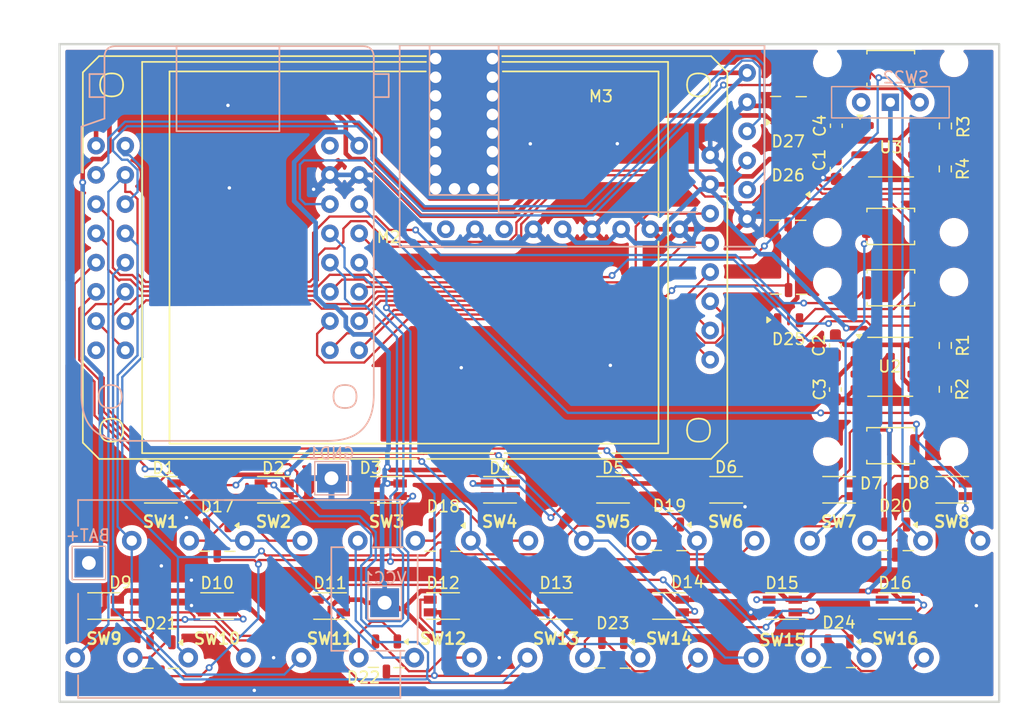
<source format=kicad_pcb>
(kicad_pcb (version 20240108) (generator "pcbnew") (generator_version "8.0")
  (layers (0 "F.Cu" signal) (31 "B.Cu" signal) (34 "B.Paste" user) (35 "F.Paste" user) (36 "B.SilkS" user "B.Silkscreen") (37 "F.SilkS" user "F.Silkscreen") (38 "B.Mask" user) (39 "F.Mask" user) (44 "Edge.Cuts" user))
  (net 0 "")
  (net 1 "Net-(U2-VDD_5V)")
  (net 2 "Net-(U3-VDD_5V)")
  (net 3 "Net-(D1-VDD)")
  (net 4 "Net-(D1-DOUT)")
  (net 5 "Net-(D1-DIN)")
  (net 6 "Net-(D2-DOUT)")
  (net 7 "Net-(D3-DOUT)")
  (net 8 "Net-(D4-DOUT)")
  (net 9 "Net-(D5-DOUT)")
  (net 10 "Net-(D6-DOUT)")
  (net 11 "Net-(D7-DOUT)")
  (net 12 "Net-(D8-DOUT)")
  (net 13 "Net-(D10-DIN)")
  (net 14 "Net-(D10-DOUT)")
  (net 15 "Net-(D11-DOUT)")
  (net 16 "Net-(D17-A-Pad2)")
  (net 17 "Net-(D17-A-Pad1)")
  (net 18 "Net-(D18-A-Pad1)")
  (net 19 "Net-(D18-A-Pad2)")
  (net 20 "Net-(D19-A-Pad1)")
  (net 21 "Net-(D19-A-Pad2)")
  (net 22 "Net-(D20-A-Pad2)")
  (net 23 "Net-(D20-A-Pad1)")
  (net 24 "Net-(D22-K)")
  (net 25 "Net-(D25-A-Pad2)")
  (net 26 "Net-(D25-A-Pad1)")
  (net 27 "/SDA")
  (net 28 "/BL")
  (net 29 "/RES")
  (net 30 "/SCL")
  (net 31 "/DC")
  (net 32 "/CS")
  (net 33 "Net-(M1-GPIO11)")
  (net 34 "Net-(M1-GPIO2)")
  (net 35 "Net-(M1-GPIO6)")
  (net 36 "Net-(M1-GPIO13)")
  (net 37 "Net-(M1-GPIO4)")
  (net 38 "Net-(M1-GPIO5)")
  (net 39 "Net-(M1-DAC_1)")
  (net 41 "Net-(M1-GPIO1)")
  (net 42 "Net-(M1-GPIO10)")
  (net 43 "Net-(M1-GPIO8)")
  (net 44 "Net-(M1-GPIO7)")
  (net 45 "Net-(M1-GPIO12)")
  (net 46 "Net-(M1-DAC_2)")
  (net 48 "Net-(M1-XTAL_32K_N)")
  (net 51 "Net-(D13-DOUT)")
  (net 52 "Net-(D14-DOUT)")
  (net 53 "Net-(D15-DOUT)")
  (net 55 "Net-(D17-K)")
  (net 56 "Net-(D21-A-Pad2)")
  (net 57 "Net-(D21-A-Pad1)")
  (net 58 "Net-(D22-A-Pad1)")
  (net 59 "Net-(D22-A-Pad2)")
  (net 60 "Net-(D23-A-Pad2)")
  (net 61 "Net-(D23-A-Pad1)")
  (net 62 "Net-(D24-A-Pad2)")
  (net 63 "Net-(D24-A-Pad1)")
  (net 64 "Net-(D26-A-Pad2)")
  (net 65 "Net-(D26-A-Pad1)")
  (net 66 "Net-(D27-K)")
  (net 67 "/VCC")
  (net 68 "Net-(M1-GPIO3)")
  (net 69 "Net-(M1-GPIO9)")
  (net 70 "Net-(M1-GPIO14)")
  (net 71 "/GND")
  (net 72 "Net-(D12-DOUT)")
  (net 76 "BAT+1")
  (footprint "lib:LED_WS2812B-2020_PLCC4_2.0x2.0mm" (layer "F.Cu") (at 135.8071 128.26)
    (property "Reference" "D7")
    (property "Value" "WS2812B-2020")
  )
  (footprint "lib:switch_mouse_kailh_6x6" (layer "F.Cu") (at 130.8571 142.87)
    (property "Reference" "SW15")
    (property "Value" "SW_Omron_B3FS")
  )
  (footprint "lib:MountingHole_2mm" (layer "F.Cu") (at 134.7832 124.9392)
    (property "Reference" "H1" (hide yes))
    (property "Value" "MountingHole")
  )
  (footprint "lib:LED_WS2812B-2020_PLCC4_2.0x2.0mm" (layer "F.Cu") (at 101.3914 138.36)
    (property "Reference" "D12")
    (property "Value" "WS2812B-2020")
  )
  (footprint "lib:switch_mouse_kailh_6x6" (layer "F.Cu") (at 111.2143 142.87)
    (property "Reference" "SW13")
    (property "Value" "SW_Omron_B3FS")
  )
  (footprint "lib:LED_WS2812B-2020_PLCC4_2.0x2.0mm" (layer "F.Cu") (at 86.6929 128.26)
    (property "Reference" "D2")
    (property "Value" "WS2812B-2020")
  )
  (footprint "Capacitor_SMD:C_0603_1608Metric_Pad1.08x0.95mm_HandSolder" (layer "F.Cu") (at 135.48 119.55 -90)
    (property "Reference" "C3")
    (property "Value" "1uF")
  )
  (footprint "lib:MountingHole_2mm" (layer "F.Cu") (at 145.7832 91.1592)
    (property "Reference" "H8" (hide yes))
    (property "Value" "MountingHole")
  )
  (footprint "lib:switch_mouse_kailh_6x6" (layer "F.Cu") (at 81.75 142.87)
    (property "Reference" "SW10")
    (property "Value" "SW_Omron_B3FS")
  )
  (footprint "lib:MountingHole_2mm" (layer "F.Cu") (at 145.7832 124.9392)
    (property "Reference" "H2" (hide yes))
    (property "Value" "MountingHole")
  )
  (footprint "lib:TSOT-23" (layer "F.Cu") (at 131.3747 95.0468 90)
    (property "Reference" "D27")
    (property "Value" "BAT54C")
  )
  (footprint "lib:TSOT-23" (layer "F.Cu") (at 76.88 142.82 -90)
    (property "Reference" "D21")
    (property "Value" "BAT54C")
  )
  (footprint "lib:LED_WS2812B-2020_PLCC4_2.0x2.0mm" (layer "F.Cu") (at 81.7571 138.36)
    (property "Reference" "D10")
    (property "Value" "WS2812B-2020")
  )
  (footprint "lib:switch_mouse_kailh_6x6" (layer "F.Cu") (at 145.59 132.71)
    (property "Reference" "SW8")
    (property "Value" "SW_Omron_B3FS")
  )
  (footprint "lib:switch_mouse_kailh_6x6" (layer "F.Cu") (at 96.4829 132.71)
    (property "Reference" "SW3")
    (property "Value" "SW_Omron_B3FS")
  )
  (footprint "lib:TSOT-23" (layer "F.Cu") (at 135.7884 142.748 -90)
    (property "Reference" "D24")
    (property "Value" "BAT54C")
  )
  (footprint "Resistor_SMD:R_0603_1608Metric_Pad0.98x0.95mm_HandSolder" (layer "F.Cu") (at 145.03 115.72 -90)
    (property "Reference" "R1")
    (property "Value" "4.7k")
  )
  (footprint "lib:LED_WS2812B-2020_PLCC4_2.0x2.0mm" (layer "F.Cu") (at 125.9843 128.26)
    (property "Reference" "D6")
    (property "Value" "WS2812B-2020")
  )
  (footprint "lib:SW_Push_SPST_NO_Alps_SKRK" (layer "F.Cu") (at 140.29 91.66)
    (property "Reference" "SW20" (hide yes))
    (property "Value" "SW_Omron_B3FS")
  )
  (footprint "lib:switch_mouse_kailh_6x6" (layer "F.Cu") (at 140.6786 142.87)
    (property "Reference" "SW16")
    (property "Value" "SW_Omron_B3FS")
  )
  (footprint "lib:switch_mouse_kailh_6x6" (layer "F.Cu") (at 135.7686 132.71)
    (property "Reference" "SW7")
    (property "Value" "SW_Omron_B3FS")
  )
  (footprint "lib:LED_WS2812B-2020_PLCC4_2.0x2.0mm" (layer "F.Cu") (at 121.0257 138.36)
    (property "Reference" "D14")
    (property "Value" "WS2812B-2020")
  )
  (footprint "Package_SO:SOIC-8_3.9x4.9mm_P1.27mm" (layer "F.Cu") (at 140.315 98.515)
    (property "Reference" "U3")
    (property "Value" "AS5600")
  )
  (footprint "lib:TSOT-23" (layer "F.Cu") (at 121.0564 132.588 -90)
    (property "Reference" "D19")
    (property "Value" "BAT54C")
  )
  (footprint "lib:LED_WS2812B-2020_PLCC4_2.0x2.0mm" (layer "F.Cu") (at 96.5157 128.26)
    (property "Reference" "D3")
    (property "Value" "WS2812B-2020")
  )
  (footprint "lib:LED_WS2812B-2020_PLCC4_2.0x2.0mm" (layer "F.Cu") (at 106.3386 128.26)
    (property "Reference" "D4")
    (property "Value" "WS2812B-2020")
  )
  (footprint "lib:TSOT-23" (layer "F.Cu") (at 116.14 142.8 -90)
    (property "Reference" "D23")
    (property "Value" "BAT54C")
  )
  (footprint "lib:LED_WS2812B-2020_PLCC4_2.0x2.0mm" (layer "F.Cu") (at 140.66 138.36)
    (property "Reference" "D16")
    (property "Value" "WS2812B-2020")
  )
  (footprint "lib:switch_mouse_kailh_6x6" (layer "F.Cu") (at 71.9286 142.87)
    (property "Reference" "SW9")
    (property "Value" "SW_Omron_B3FS")
  )
  (footprint "lib:SW_Push_SPST_NO_Alps_SKRK" (layer "F.Cu") (at 140.28 124.43)
    (property "Reference" "SW17" (hide yes))
    (property "Value" "SW_Omron_B3FS")
  )
  (footprint "lib:TSOT-23" (layer "F.Cu") (at 96.4692 142.748 -90)
    (property "Reference" "D22")
    (property "Value" "BAT54C")
  )
  (footprint "lib:MountingHole_2mm" (layer "F.Cu") (at 134.7832 91.1592)
    (property "Reference" "H7" (hide yes))
    (property "Value" "MountingHole")
  )
  (footprint "lib:switch_mouse_kailh_6x6" (layer "F.Cu") (at 86.6614 132.71)
    (property "Reference" "SW2")
    (property "Value" "SW_Omron_B3FS")
  )
  (footprint "Capacitor_SMD:C_0603_1608Metric_Pad1.08x0.95mm_HandSolder" (layer "F.Cu") (at 135.55 100.39 -90)
    (property "Reference" "C1")
    (property "Value" "1uF")
  )
  (footprint "lib:switch_mouse_kailh_6x6" (layer "F.Cu") (at 106.3043 132.71)
    (property "Reference" "SW4")
    (property "Value" "SW_Omron_B3FS")
  )
  (footprint "lib:MountingHole_2mm" (layer "F.Cu") (at 134.7832 110.2092)
    (property "Reference" "H3" (hide yes))
    (property "Value" "MountingHole")
  )
  (footprint "lib:MountingHole_2mm" (layer "F.Cu") (at 145.7832 110.2092)
    (property "Reference" "H4" (hide yes))
    (property "Value" "MountingHole")
  )
  (footprint "lib:switch_mouse_kailh_6x6" (layer "F.Cu") (at 121.0357 142.87)
    (property "Reference" "SW14")
    (property "Value" "SW_Omron_B3FS")
  )
  (footprint "lib:SW_Push_SPST_NO_Alps_SKRK" (layer "F.Cu") (at 140.29 105.38)
    (property "Reference" "SW19" (hide yes))
    (property "Value" "SW_Omron_B3FS")
  )
  (footprint "lib:LED_WS2812B-2020_PLCC4_2.0x2.0mm" (layer "F.Cu") (at 111.2086 138.36)
    (property "Reference" "D13")
    (property "Value" "WS2812B-2020")
  )
  (footprint "lib:TFT ST7735 160x128" (layer "F.Cu") (at 96.66 106.8)
    (property "Reference" "M2")
    (property "Value" "TFT ST7735 160x128")
  )
  (footprint "lib:TSOT-23" (layer "F.Cu") (at 81.77 132.65 -90)
    (property "Reference" "D17")
    (property "Value" "BAT54C")
  )
  (footprint "Capacitor_SMD:C_0603_1608Metric_Pad1.08x0.95mm_HandSolder" (layer "F.Cu") (at 135.48 115.72 90)
    (property "Reference" "C2")
    (property "Value" "100nF")
  )
  (footprint "lib:LED_WS2812B-2020_PLCC4_2.0x2.0mm" (layer "F.Cu") (at 130.8429 138.36)
    (property "Reference" "D15")
    (property "Value" "WS2812B-2020")
  )
  (footprint "lib:LED_WS2812B-2020_PLCC4_2.0x2.0mm" (layer "F.Cu") (at 91.5743 138.36)
    (property "Reference" "D11")
    (property "Value" "WS2812B-2020")
  )
  (footprint "lib:switch_mouse_kailh_6x6" (layer "F.Cu") (at 91.5714 142.87)
    (property "Reference" "SW11")
    (property "Value" "SW_Omron_B3FS")
  )
  (footprint "lib:switch_mouse_kailh_6x6" (layer "F.Cu") (at 76.84 132.71)
    (property "Reference" "SW1")
    (property "Value" "SW_Omron_B3FS")
  )
  (footprint "Capacitor_SMD:C_0603_1608Metric_Pad1.08x0.95mm_HandSolder" (layer "F.Cu") (at 135.56 96.63 90)
    (property "Reference" "C4")
    (property "Value" "100nF")
  )
  (footprint "Resistor_SMD:R_0603_1608Metric_Pad0.98x0.95mm_HandSolder" (layer "F.Cu") (at 145.03 100.38 -90)
    (property "Reference" "R4")
    (property "Value" "4.7k")
  )
  (footprint "lib:SW_Push_SPST_NO_Alps_SKRK" (layer "F.Cu") (at 140.3 110.71)
    (property "Reference" "SW18" (hide yes))
    (property "Value" "SW_Omron_B3FS")
  )
  (footprint "lib:LED_WS2812B-2020_PLCC4_2.0x2.0mm" (layer "F.Cu") (at 76.87 128.26)
    (property "Reference" "D1")
    (property "Value" "WS2812B-2020")
  )
  (footprint "lib:TSOT-23" (layer "F.Cu") (at 131.41 112.22 90)
    (property "Reference" "D25")
    (property "Value" "BAT54C")
  )
  (footprint "lib:TSOT-23" (layer "F.Cu") (at 131.3725 103.886 -90)
    (property "Reference" "D26")
    (property "Value" "BAT54C")
  )
  (footprint "lib:MountingHole_2mm" (layer "F.Cu") (at 134.7832 105.8892)
    (property "Reference" "H5" (hide yes))
    (property "Value" "MountingHole")
  )
  (footprint "lib:I2S DAC 5102" (layer "F.Cu") (at 115.1082 94.5724)
    (property "Reference" "M3")
    (property "Value" "~")
  )
  (footprint "Resistor_SMD:R_0603_1608Metric_Pad0.98x0.95mm_HandSolder" (layer "F.Cu") (at 145.03 119.53 90)
    (property "Reference" "R2")
    (property "Value" "4.7k")
  )
  (footprint "lib:LED_WS2812B-2020_PLCC4_2.0x2.0mm" (layer "F.Cu") (at 116.1614 128.26)
    (property "Reference" "D5")
    (property "Value" "WS2812B-2020")
  )
  (footprint "Package_SO:SOIC-8_3.9x4.9mm_P1.27mm" (layer "F.Cu") (at 140.245 117.575)
    (property "Reference" "U2")
    (property "Value" "AS5600")
  )
  (footprint "lib:LED_WS2812B-2020_PLCC4_2.0x2.0mm" (layer "F.Cu") (at 71.94 138.36)
    (property "Reference" "D9")
    (property "Value" "WS2812B-2020")
  )
  (footprint "lib:MountingHole_2mm" (layer "F.Cu") (at 145.7832 105.8892)
    (property "Reference" "H6" (hide yes))
    (property "Value" "MountingHole")
  )
  (footprint "lib:switch_mouse_kailh_6x6" (layer "F.Cu") (at 125.9471 132.71)
    (property "Reference" "SW6")
    (property "Value" "SW_Omron_B3FS")
  )
  (footprint "lib:TSOT-23" (layer "F.Cu") (at 140.716 132.588 -90)
    (property "Reference" "D20")
    (property "Value" "BAT54C")
  )
  (footprint "lib:switch_mouse_kailh_6x6" (layer "F.Cu") (at 101.3929 142.87)
    (property "Reference" "SW12")
    (property "Value" "SW_Omron_B3FS")
  )
  (footprint "lib:switch_mouse_kailh_6x6" (layer "F.Cu") (at 116.1257 132.71)
    (property "Reference" "SW5")
    (property "Value" "SW_Omron_B3FS")
  )
  (footprint "lib:TSOT-23" (layer "F.Cu") (at 101.41 132.65 -90)
    (property "Reference" "D18")
    (property "Value" "BAT54C")
  )
  (footprint "lib:LED_WS2812B-2020_PLCC4_2.0x2.0mm" (layer "F.Cu") (at 145.63 128.26)
    (property "Reference" "D8")
    (property "Value" "WS2812B-2020")
  )
  (footprint "Resistor_SMD:R_0603_1608Metric_Pad0.98x0.95mm_HandSolder" (layer "F.Cu") (at 145.04 96.65 -90)
    (property "Reference" "R3")
    (property "Value" "4.7k")
  )
  (footprint "lib:SW_Slide-03_Wuerth-WS-SLTV_10x2.5x6.4_P2.54mm" (layer "B.Cu") (at 140.2588 94.5896 180)
    (property "Reference" "SW22")
    (property "Value" "SW_Wuerth_450301014042")
  )
  (footprint "lib:wemos_s2_mini" (layer "B.Cu") (at 81.4 105.98 180)
    (property "Reference" "M1" (hide yes))
    (property "Value" "WeMos_S2_mini" (hide yes))
  )
  (footprint "TestPoint:TestPoint_THTPad_2.5x2.5mm_Drill1.2mm" (layer "B.Cu") (at 91.694 127.254 180)
    (property "Reference" "GND1")
    (property "Value" "Conn_01x01_Female")
  )
  (footprint "TestPoint:TestPoint_THTPad_2.5x2.5mm_Drill1.2mm" (layer "B.Cu") (at 70.612 134.62 180)
    (property "Reference" "BAT+")
    (property "Value" "Conn_01x01_Female")
  )
  (footprint "TestPoint:TestPoint_THTPad_2.5x2.5mm_Drill1.2mm" (layer "B.Cu") (at 96.3168 138.0744 180)
    (property "Reference" "VCC1")
    (property "Value" "Conn_01x01_Female")
  )
  (gr_line (start 106.22 89.64) (end 100.22 89.64) (stroke (width 0.05)) (layer "B.SilkS"))
  (gr_curve (pts (xy 71.47 120.157031) (xy 71.47 119.490364) (xy 71.803333 119.157031) (xy 72.47 119.157031)) (stroke (width 0.15)) (layer "B.SilkS"))
  (gr_line (start 71.97 96.01) (end 71.97 90.71) (stroke (width 0.15)) (layer "B.SilkS"))
  (gr_line (start 95.37 94.139599) (end 96.67 94.139599) (stroke (width 0.15)) (layer "B.SilkS"))
  (gr_line (start 69.68 144.3736) (end 69.68 146.35) (stroke (width 0.15)) (layer "B.SilkS"))
  (gr_line (start 97.68 133.25) (end 97.68 129.15) (stroke (width 0.15)) (layer "B.SilkS"))
  (gr_line (start 129.32 89.64) (end 97.62 89.64) (stroke (width 0.15)) (layer "B.SilkS"))
  (gr_line (start 71.97 92.139599) (end 70.67 92.139599) (stroke (width 0.15)) (layer "B.SilkS"))
  (gr_line (start 87.170396 89.696459) (end 87.170396 97.096459) (stroke (width 0.15)) (layer "B.SilkS"))
  (gr_line (start 69.97 100.68) (end 69.97 96.71) (stroke (width 0.15)) (layer "B.SilkS"))
  (gr_line (start 96.67 94.139599) (end 96.67 92.139599) (stroke (width 0.15)) (layer "B.SilkS"))
  (gr_line (start 87.170396 97.096459) (end 78.230396 97.096459) (stroke (width 0.15)) (layer "B.SilkS"))
  (gr_line (start 69.68 137.29) (end 69.68 141.3764) (stroke (width 0.15)) (layer "B.SilkS"))
  (gr_curve (pts (xy 94.37 89.71) (xy 95.036667 89.71) (xy 95.37 90.043334) (xy 95.37 90.71)) (stroke (width 0.15)) (layer "B.SilkS"))
  (gr_curve (pts (xy 73.97 124.01) (xy 71.303333 124.01) (xy 69.97 122.676667) (xy 69.97 120.01)) (stroke (width 0.15)) (layer "B.SilkS"))
  (gr_line (start 125.8316 107.14) (end 128.524 107.14) (stroke (width 0.15)) (layer "B.SilkS"))
  (gr_line (start 92.7608 133.25) (end 91.68 133.25) (stroke (width 0.15)) (layer "B.SilkS"))
  (gr_line (start 78.230396 89.696459) (end 87.170396 89.696459) (stroke (width 0.15)) (layer "B.SilkS"))
  (gr_line (start 78.230396 97.096459) (end 78.230396 89.696459) (stroke (width 0.15)) (layer "B.SilkS"))
  (gr_line (start 99.18 141.6812) (end 99.18 133.9088) (stroke (width 0.15)) (layer "B.SilkS"))
  (gr_line (start 106.22 104.14) (end 123.49 104.14) (stroke (width 0.15)) (layer "B.SilkS"))
  (gr_line (start 69.97 96.71) (end 71.97 96.01) (stroke (width 0.15)) (layer "B.SilkS"))
  (gr_line (start 70.67 92.139599) (end 70.67 94.139599) (stroke (width 0.15)) (layer "B.SilkS"))
  (gr_line (start 129.32 106.3244) (end 129.32 89.64) (stroke (width 0.15)) (layer "B.SilkS"))
  (gr_line (start 97.68 146.35) (end 97.68 142.25) (stroke (width 0.15)) (layer "B.SilkS"))
  (gr_curve (pts (xy 73.47 120.157031) (xy 73.47 120.823697) (xy 73.136667 121.157031) (xy 72.47 121.157031)) (stroke (width 0.15)) (layer "B.SilkS"))
  (gr_line (start 91.68 133.25) (end 91.68 142.25) (stroke (width 0.15)) (layer "B.SilkS"))
  (gr_line (start 69.68 146.35) (end 97.68 146.35) (stroke (width 0.15)) (layer "B.SilkS"))
  (gr_line (start 96.67 92.139599) (end 95.37 92.139599) (stroke (width 0.15)) (layer "B.SilkS"))
  (gr_line (start 97.8916 133.25) (end 95.25 133.25) (stroke (width 0.15)) (layer "B.SilkS"))
  (gr_line (start 69.97 120.01) (end 69.97 102.39) (stroke (width 0.15)) (layer "B.SilkS"))
  (gr_line (start 106.22 89.64) (end 106.22 104.14) (stroke (width 0.15)) (layer "B.SilkS"))
  (gr_curve (pts (xy 92.87 121.157031) (xy 92.203333 121.157031) (xy 91.87 120.823697) (xy 91.87 120.157031)) (stroke (width 0.15)) (layer "B.SilkS"))
  (gr_curve (pts (xy 92.87 119.157031) (xy 93.536667 119.157031) (xy 93.87 119.490364) (xy 93.87 120.157031)) (stroke (width 0.15)) (layer "B.SilkS"))
  (gr_curve (pts (xy 71.97 90.71) (xy 71.97 90.043334) (xy 72.303333 89.71) (xy 72.97 89.71)) (stroke (width 0.15)) (layer "B.SilkS"))
  (gr_line (start 124.32 89.64) (end 106.22 89.64) (stroke (width 0.05)) (layer "B.SilkS"))
  (gr_line (start 72.97 89.71) (end 94.37 89.71) (stroke (width 0.15)) (layer "B.SilkS"))
  (gr_line (start 91.68 142.25) (end 93.1164 142.25) (stroke (width 0.15)) (layer "B.SilkS"))
  (gr_line (start 100.22 102.64) (end 106.22 102.64) (stroke (width 0.15)) (layer "B.SilkS"))
  (gr_line (start 97.62 89.64) (end 97.62 107.14) (stroke (width 0.15)) (layer "B.SilkS"))
  (gr_curve (pts (xy 72.47 121.157031) (xy 71.803333 121.157031) (xy 71.47 120.823697) (xy 71.47 120.157031)) (stroke (width 0.15)) (layer "B.SilkS"))
  (gr_curve (pts (xy 72.47 119.157031) (xy 73.136667 119.157031) (xy 73.47 119.490364) (xy 73.47 120.157031)) (stroke (width 0.15)) (layer "B.SilkS"))
  (gr_curve (pts (xy 95.37 120.01) (xy 95.37 122.676667) (xy 94.036667 124.01) (xy 91.37 124.01)) (stroke (width 0.15)) (layer "B.SilkS"))
  (gr_line (start 97.62 107.14) (end 123.3424 107.14) (stroke (width 0.15)) (layer "B.SilkS"))
  (gr_line (start 95.0468 142.25) (end 98.044 142.25) (stroke (width 0.15)) (layer "B.SilkS"))
  (gr_line (start 70.67 94.139599) (end 71.97 94.139599) (stroke (width 0.15)) (layer "B.SilkS"))
  (gr_line (start 95.37 90.71) (end 95.37 120.01) (stroke (width 0.15)) (layer "B.SilkS"))
  (gr_line (start 106.22 102.64) (end 106.22 89.64) (stroke (width 0.05)) (layer "B.SilkS"))
  (gr_line (start 100.22 89.64) (end 100.22 102.64) (stroke (width 0.15)) (layer "B.SilkS"))
  (gr_curve (pts (xy 93.87 120.157031) (xy 93.87 120.823697) (xy 93.536667 121.157031) (xy 92.87 121.157031)) (stroke (width 0.15)) (layer "B.SilkS"))
  (gr_line (start 69.68 129.15) (end 69.68 131.4) (stroke (width 0.15)) (layer "B.SilkS"))
  (gr_curve (pts (xy 91.87 120.157031) (xy 91.87 119.490364) (xy 92.203333 119.157031) (xy 92.87 119.157031)) (stroke (width 0.15)) (layer "B.SilkS"))
  (gr_line (start 91.37 124.01) (end 73.97 124.01) (stroke (width 0.15)) (layer "B.SilkS"))
  (gr_line (start 97.68 129.15) (end 69.68 129.15) (stroke (width 0.15)) (layer "B.SilkS"))
  (gr_line (start 126.09 124.17) (end 126.09 91.99) (stroke (width 0.15)) (layer "F.SilkS"))
  (gr_line (start 120.11 91.91) (end 106.58 91.91) (stroke (width 0.15)) (layer "F.SilkS"))
  (gr_curve (pts (xy 123.59 124.08) (xy 124.256667 124.08) (xy 124.59 123.746667) (xy 124.59 123.08)) (stroke (width 0.15)) (layer "F.SilkS"))
  (gr_line (start 71.5 125.58) (end 99.08 125.58) (stroke (width 0.15)) (layer "F.SilkS"))
  (gr_line (start 70.09 124.17) (end 71.5 125.58) (stroke (width 0.15)) (layer "F.SilkS"))
  (gr_line (start 99.91 90.58) (end 71.5 90.58) (stroke (width 0.15)) (layer "F.SilkS"))
  (gr_line (start 124.68 90.58) (end 106.53 90.58) (stroke (width 0.15)) (layer "F.SilkS"))
  (gr_line (start 77.62 124.25) (end 120.11 124.25) (stroke (width 0.15)) (layer "F.SilkS"))
  (gr_line (start 124.68 125.58) (end 126.09 124.17) (stroke (width 0.15)) (layer "F.SilkS"))
  (gr_curve (pts (xy 71.59 93.08) (xy 71.59 93.746667) (xy 71.923333 94.08) (xy 72.59 94.08)) (stroke (width 0.15)) (layer "F.SilkS"))
  (gr_line (start 99.89 91.91) (end 77.62 91.91) (stroke (width 0.15)) (layer "F.SilkS"))
  (gr_line (start 120.11 104.5464) (end 120.11 91.91) (stroke (width 0.15)) (layer "F.SilkS"))
  (gr_line (start 99.9 91.08) (end 75.24 91.08) (stroke (width 0.15)) (layer "F.SilkS"))
  (gr_line (start 106.73 125.08) (end 115.11 125.08) (stroke (width 0.15)) (layer "F.SilkS"))
  (gr_line (start 75.24 91.08) (end 75.24 125.08) (stroke (width 0.15)) (layer "F.SilkS"))
  (gr_curve (pts (xy 124.59 93.08) (xy 124.59 92.413333) (xy 124.256667 92.08) (xy 123.59 92.08)) (stroke (width 0.15)) (layer "F.SilkS"))
  (gr_curve (pts (xy 72.59 92.08) (xy 71.923333 92.08) (xy 71.59 92.413333) (xy 71.59 93.08)) (stroke (width 0.15)) (layer "F.SilkS"))
  (gr_line (start 71.5 90.58) (end 70.09 91.99) (stroke (width 0.15)) (layer "F.SilkS"))
  (gr_curve (pts (xy 73.59 123.08) (xy 73.59 122.413333) (xy 73.256667 122.08) (xy 72.59 122.08)) (stroke (width 0.15)) (layer "F.SilkS"))
  (gr_curve (pts (xy 122.59 123.08) (xy 122.59 123.746667) (xy 122.923333 124.08) (xy 123.59 124.08)) (stroke (width 0.15)) (layer "F.SilkS"))
  (gr_line (start 120.11 124.25) (end 120.11 106.68) (stroke (width 0.15)) (layer "F.SilkS"))
  (gr_curve (pts (xy 123.59 92.08) (xy 122.923333 92.08) (xy 122.59 92.413333) (xy 122.59 93.08)) (stroke (width 0.15)) (layer "F.SilkS"))
  (gr_curve (pts (xy 72.59 94.08) (xy 73.256667 94.08) (xy 73.59 93.746667) (xy 73.59 93.08)) (stroke (width 0.15)) (layer "F.SilkS"))
  (gr_curve (pts (xy 123.59 94.08) (xy 124.256667 94.08) (xy 124.59 93.746667) (xy 124.59 93.08)) (stroke (width 0.15)) (layer "F.SilkS"))
  (gr_line (start 70.09 91.99) (end 70.09 100.7) (stroke (width 0.15)) (layer "F.SilkS"))
  (gr_line (start 75.24 125.08) (end 105.77 125.08) (stroke (width 0.15)) (layer "F.SilkS"))
  (gr_curve (pts (xy 71.59 123.08) (xy 71.59 123.746667) (xy 71.923333 124.08) (xy 72.59 124.08)) (stroke (width 0.15)) (layer "F.SilkS"))
  (gr_line (start 100.01 125.58) (end 124.68 125.58) (stroke (width 0.15)) (layer "F.SilkS"))
  (gr_curve (pts (xy 122.59 93.08) (xy 122.59 93.746667) (xy 122.923333 94.08) (xy 123.59 94.08)) (stroke (width 0.15)) (layer "F.SilkS"))
  (gr_curve (pts (xy 73.59 93.08) (xy 73.59 92.413333) (xy 73.256667 92.08) (xy 72.59 92.08)) (stroke (width 0.15)) (layer "F.SilkS"))
  (gr_line (start 126.09 91.99) (end 124.68 90.58) (stroke (width 0.15)) (layer "F.SilkS"))
  (gr_line (start 120.94 91.08) (end 106.55 91.08) (stroke (width 0.15)) (layer "F.SilkS"))
  (gr_curve (pts (xy 124.59 123.08) (xy 124.59 122.413333) (xy 124.256667 122.08) (xy 123.59 122.08)) (stroke (width 0.15)) (layer "F.SilkS"))
  (gr_line (start 120.94 125.08) (end 120.94 91.08) (stroke (width 0.15)) (layer "F.SilkS"))
  (gr_curve (pts (xy 72.59 124.08) (xy 73.256667 124.08) (xy 73.59 123.746667) (xy 73.59 123.08)) (stroke (width 0.15)) (layer "F.SilkS"))
  (gr_line (start 116.07 125.08) (end 120.94 125.08) (stroke (width 0.15)) (layer "F.SilkS"))
  (gr_line (start 70.09 102.44) (end 70.09 124.17) (stroke (width 0.15)) (layer "F.SilkS"))
  (gr_curve (pts (xy 123.59 122.08) (xy 122.923333 122.08) (xy 122.59 122.413333) (xy 122.59 123.08)) (stroke (width 0.15)) (layer "F.SilkS"))
  (gr_curve (pts (xy 72.59 122.08) (xy 71.923333 122.08) (xy 71.59 122.413333) (xy 71.59 123.08)) (stroke (width 0.15)) (layer "F.SilkS"))
  (gr_line (start 77.62 91.91) (end 77.62 124.25) (stroke (width 0.15)) (layer "F.SilkS"))
  (gr_rect (start 68.072 89.535) (end 149.7076 146.685) (stroke (width 0.2)) (fill none) (layer "Edge.Cuts"))
  (segment (start 135.48 114.8575) (end 136.2925 115.67) (width 0.4) (layer "F.Cu") (net 1))
  (segment (start 136.2925 115.67) (end 137.77 115.67) (width 0.4) (layer "F.Cu") (net 1))
  (segment (start 137.84 96.61) (end 136.4025 96.61) (width 0.4) (layer "F.Cu") (net 2))
  (segment (start 136.4025 96.61) (end 135.56 95.7675) (width 0.4) (layer "F.Cu") (net 2))
  (segment (start 113.3375 139.4448) (end 113.3375 137.81) (width 0.4) (layer "F.Cu") (net 3))
  (segment (start 137.3488 126.3711) (end 137.3488 123.4083) (width 0.4) (layer "F.Cu") (net 3))
  (segment (start 106.3172 126.5425) (end 107.4847 127.71) (width 0.4) (layer "F.Cu") (net 3))
  (segment (start 78.9989 127.71) (end 79.7506 126.9583) (width 0.4) (layer "F.Cu") (net 3))
  (segment (start 96.679 127.71) (end 96.5506 127.71) (width 0.4) (layer "F.Cu") (net 3))
  (segment (start 101.085 137.0583) (end 101.8367 137.81) (width 0.4) (layer "F.Cu") (net 3))
  (segment (start 124.921593 130.9101) (end 123.19 129.178507) (width 0.4) (layer "F.Cu") (net 3))
  (segment (start 86.5274 140.4514) (end 83.886 137.81) (width 0.4) (layer "F.Cu") (net 3))
  (segment (start 136.4089 130.9101) (end 124.921593 130.9101) (width 0.4) (layer "F.Cu") (net 3))
  (segment (start 117.3087 127.7112) (end 121.6494 127.7112) (width 0.4) (layer "F.Cu") (net 3))
  (segment (start 140.1728 125.1868) (end 141.3752 126.3892) (width 0.4) (layer "F.Cu") (net 3))
  (segment (start 114.0892 137.0583) (end 113.3375 137.81) (width 0.4) (layer "F.Cu") (net 3))
  (segment (start 96.5538 126.2888) (end 96.8075 126.5425) (width 0.4) (layer "F.Cu") (net 3))
  (segment (start 99.4497 137.0583) (end 101.085 137.0583) (width 0.4) (layer "F.Cu") (net 3))
  (segment (start 87.8881 126.9092) (end 87.8881 126.8033) (width 0.4) (layer "F.Cu") (net 3))
  (segment (start 73.8782 137.0179) (end 73.0861 137.81) (width 0.4) (layer "F.Cu") (net 3))
  (segment (start 96.3168 138.0744) (end 94.6651 138.0744) (width 0.4) (layer "F.Cu") (net 3))
  (segment (start 133.7235 137.0583) (end 140.3536 137.0583) (width 0.4) (layer "F.Cu") (net 3))
  (segment (start 82.9032 137.81) (end 82.1483 137.81) (width 0.4) (layer "F.Cu") (net 3))
  (segment (start 122.1718 137.81) (end 121.471 137.81) (width 0.4) (layer "F.Cu") (net 3))
  (segment (start 81.3562 137.0179) (end 73.8782 137.0179) (width 0.4) (layer "F.Cu") (net 3))
  (segment (start 137.3488 123.4083) (end 137.7445 123.0126) (width 0.4) (layer "F.Cu") (net 3))
  (segment (start 91.5493 138.5) (end 91.5493 139.2881) (width 0.4) (layer "F.Cu") (net 3))
  (segment (start 92.2393 137.81) (end 91.5493 138.5) (width 0.4) (layer "F.Cu") (net 3))
  (segment (start 117.3075 127.71) (end 117.3087 127.7112) (width 0.4) (layer "F.Cu") (net 3))
  (segment (start 100.5186 141.224) (end 111.5583 141.224) (width 0.4) (layer "F.Cu") (net 3))
  (segment (start 94.6651 138.0744) (end 94.4007 137.81) (width 0.4) (layer "F.Cu") (net 3))
  (segment (start 140.3536 137.0583) (end 141.1053 137.81) (width 0.4) (layer "F.Cu") (net 3))
  (segment (start 91.5493 139.2881) (end 90.386 140.4514) (width 0.4) (layer "F.Cu") (net 3))
  (segment (start 94.4007 137.81) (end 92.7204 137.81) (width 0.4) (layer "F.Cu") (net 3))
  (segment (start 131.989 137.81) (end 132.9718 137.81) (width 0.4) (layer "F.Cu") (net 3))
  (segment (start 82.1483 137.81) (end 81.3562 137.0179) (width 0.4) (layer "F.Cu") (net 3))
  (segment (start 141.1053 137.81) (end 141.8061 137.81) (width 0.4) (layer "F.Cu") (net 3))
  (segment (start 137.9638 127.8886) (end 137.9638 129.3552) (width 0.4) (layer "F.Cu") (net 3))
  (segment (start 112.3547 137.81) (end 113.3375 137.81) (width 0.4) (layer "F.Cu") (net 3))
  (segment (start 137.7852 127.71) (end 137.9638 127.8886) (width 0.4) (layer "F.Cu") (net 3))
  (segment (start 140.0975 123.0126) (end 140.1728 123.0879) (width 0.4) (layer "F.Cu") (net 3))
  (segment (start 138.34 137.0583) (end 140.3536 137.0583) (width 0.4) (layer "F.Cu") (net 3))
  (segment (start 130.5365 137.0583) (end 123.9063 137.0583) (width 0.4) (layer "F.Cu") (net 3))
  (segment (start 97.0668 138.0744) (end 97.5991 138.6067) (width 0.4) (layer "F.Cu") (net 3))
  (segment (start 92.7204 137.81) (end 92.2393 137.81) (width 0.4) (layer "F.Cu") (net 3))
  (segment (start 131.2882 137.81) (end 130.5365 137.0583) (width 0.4) (layer "F.Cu") (net 3))
  (segment (start 137.936 127.71) (end 137.936 126.9583) (width 0.4) (layer "F.Cu") (net 3))
  (segment (start 123.9063 137.0583) (end 123.1546 137.81) (width 0.4) (layer "F.Cu") (net 3))
  (segment (start 120.7193 137.0583) (end 114.0892 137.0583) (width 0.4) (layer "F.Cu") (net 3))
  (segment (start 97.9013 138.6067) (end 99.4497 137.0583) (width 0.4) (layer "F.Cu") (net 3))
  (segment (start 131.989 137.81) (end 131.2882 137.81) (width 0.4) (layer "F.Cu") (net 3))
  (segment (start 96.3168 138.0744) (end 97.0668 138.0744) (width 0.4) (layer "F.Cu") (net 3))
  (segment (start 145.4553 126.3892) (end 146.7761 127.71) (width 0.4) (layer "F.Cu") (net 3))
  (segment (start 97.6618 127.71) (end 96.679 127.71) (width 0.4) (layer "F.Cu") (net 3))
  (segment (start 123.0896 127.71) (end 123.8396 126.96) (width 0.4) (layer "F.Cu") (net 3))
  (segment (start 101.8367 137.81) (end 102.5375 137.81) (width 0.4) (layer "F.Cu") (net 3))
  (segment (start 87.839 126.9583) (end 87.8881 126.9092) (width 0.4) (layer "F.Cu") (net 3))
  (segment (start 123.19 127.71) (end 121.6506 127.71) (width 0.4) (layer "F.Cu") (net 3))
  (segment (start 83.886 137.81) (end 82.9032 137.81) (width 0.4) (layer "F.Cu") (net 3))
  (segment (start 121.471 137.81) (end 120.7193 137.0583) (width 0.4) (layer "F.Cu") (net 3))
  (segment (start 79.7506 126.9583) (end 87.839 126.9583) (width 0.4) (layer "F.Cu") (net 3))
  (segment (start 111.5583 141.224) (end 113.3375 139.4448) (width 0.4) (layer "F.Cu") (net 3))
  (segment (start 137.936 126.9583) (end 137.3488 126.3711) (width 0.4) (layer "F.Cu") (net 3))
  (segment (start 97.5991 138.6067) (end 97.9013 138.6067) (width 0.4) (layer "F.Cu") (net 3))
  (segment (start 90.386 140.4514) (end 86.5274 140.4514) (width 0.4) (layer "F.Cu") (net 3))
  (segment (start 121.6494 127.7112) (end 121.6506 127.71) (width 0.4) (layer "F.Cu") (net 3))
  (segment (start 97.9013 138.6067) (end 100.5186 141.224) (width 0.4) (layer "F.Cu") (net 3))
  (segment (start 141.3752 126.3892) (end 145.4553 126.3892) (width 0.4) (layer "F.Cu") (net 3))
  (segment (start 126.3804 126.96) (end 127.1304 127.71) (width 0.4) (layer "F.Cu") (net 3))
  (segment (start 137.9638 129.3552) (end 136.4089 130.9101) (width 0.4) (layer "F.Cu") (net 3))
  (segment (start 121.6506 127.71) (end 123.0896 127.71) (width 0.4) (layer "F.Cu") (net 3))
  (segment (start 87.839 127.71) (end 87.839 126.9583) (width 0.4) (layer "F.Cu") (net 3))
  (segment (start 78.0161 127.71) (end 78.9989 127.71) (width 0.4) (layer "F.Cu") (net 3))
  (segment (start 123.19 129.178507) (end 123.19 127.71) (width 0.4) (layer "F.Cu") (net 3))
  (segment (start 137.7445 123.0126) (end 140.0975 123.0126) (width 0.4) (layer "F.Cu") (net 3))
  (segment (start 96.8075 126.5425) (end 106.3172 126.5425) (width 0.4) (layer "F.Cu") (net 3))
  (segment (start 123.8396 126.96) (end 126.3804 126.96) (width 0.4) (layer "F.Cu") (net 3))
  (segment (start 123.1546 137.81) (end 122.1718 137.81) (width 0.4) (layer "F.Cu") (net 3))
  (segment (start 136.9532 127.71) (end 137.7852 127.71) (width 0.4) (layer "F.Cu") (net 3))
  (segment (start 140.1728 123.0879) (end 140.1728 125.1868) (width 0.4) (layer "F.Cu") (net 3))
  (segment (start 132.9718 137.81) (end 133.7235 137.0583) (width 0.4) (layer "F.Cu") (net 3))
  (segment (start 137.7852 127.71) (end 137.936 127.71) (width 0.4) (layer "F.Cu") (net 3))
  (via (at 87.8881 126.8033) (size 0.6) (drill 0.3) (layers "F.Cu" "B.Cu") (net 3))
  (via (at 96.5506 127.71) (size 0.6) (drill 0.3) (layers "F.Cu" "B.Cu") (net 3))
  (via (at 140.1728 123.0879) (size 0.6) (drill 0.3) (layers "F.Cu" "B.Cu") (net 3))
  (via (at 138.34 137.0583) (size 0.6) (drill 0.3) (layers "F.Cu" "B.Cu") (net 3))
  (via (at 96.5538 126.2888) (size 0.6) (drill 0.3) (layers "F.Cu" "B.Cu") (net 3))
  (segment (start 91.0673 97.1731) (end 88.45 99.7904) (width 0.4) (layer "B.Cu") (net 3))
  (segment (start 96.5538 124.8648) (end 96.6538 124.7648) (width 0.4) (layer "B.Cu") (net 3))
  (segment (start 140.2588 123.0019) (end 140.1728 123.0879) (width 0.4) (layer "B.Cu") (net 3))
  (segment (start 140.2588 94.5896) (end 140.2588 123.0019) (width 0.4) (layer "B.Cu") (net 3))
  (segment (start 92.9131 97.1731) (end 91.0673 97.1731) (width 0.4) (layer "B.Cu") (net 3))
  (segment (start 88.45 103.177106) (end 90.32 105.047106) (width 0.4) (layer "B.Cu") (net 3))
  (segment (start 95.1024 114.762) (end 96.6538 116.3134) (width 0.4) (layer "B.Cu") (net 3))
  (segment (start 96.0927 127.9341) (end 96.0927 136.1986) (width 0.4) (layer "B.Cu") (net 3))
  (segment (start 88.45 99.7904) (end 88.45 103.177106) (width 0.4) (layer "B.Cu") (net 3))
  (segment (start 140.1728 135.2255) (end 140.1728 123.0879) (width 0.4) (layer "B.Cu") (net 3))
  (segment (start 92.938 113.2544) (end 92.938 114.081317) (width 0.4) (layer "B.Cu") (net 3))
  (segment (start 96.3168 138.0744) (end 96.3168 136.4227) (width 0.4) (layer "B.Cu") (net 3))
  (segment (start 96.3168 126.5258) (end 96.3168 127.71) (width 0.4) (layer "B.Cu") (net 3))
  (segment (start 138.34 137.0583) (end 140.1728 135.2255) (width 0.4) (layer "B.Cu") (net 3))
  (segment (start 93.618683 114.762) (end 95.1024 114.762) (width 0.4) (layer "B.Cu") (net 3))
  (segment (start 92.0136 112.33) (end 92.938 113.2544) (width 0.4) (layer "B.Cu") (net 3))
  (segment (start 91.1822 112.33) (end 92.0136 112.33) (width 0.4) (layer "B.Cu") (net 3))
  (segment (start 94.1 98.36) (end 92.9131 97.1731) (width 0.4) (layer "B.Cu") (net 3))
  (segment (start 90.32 111.4678) (end 91.1822 112.33) (width 0.4) (layer "B.Cu") (net 3))
  (segment (start 96.3168 127.71) (end 96.0927 127.9341) (width 0.4) (layer "B.Cu") (net 3))
  (segment (start 90.32 105.047106) (end 90.32 111.4678) (width 0.4) (layer "B.Cu") (net 3))
  (segment (start 96.6538 116.3134) (end 96.6538 124.7648) (width 0.4) (layer "B.Cu") (net 3))
  (segment (start 96.0927 136.1986) (end 96.3168 136.4227) (width 0.4) (layer "B.Cu") (net 3))
  (segment (start 96.6538 124.7648) (end 89.9266 124.7648) (width 0.4) (layer "B.Cu") (net 3))
  (segment (start 92.938 114.081317) (end 93.618683 114.762) (width 0.4) (layer "B.Cu") (net 3))
  (segment (start 96.5538 126.2888) (end 96.3168 126.5258) (width 0.4) (layer "B.Cu") (net 3))
  (segment (start 89.9266 124.7648) (end 87.8881 126.8033) (width 0.4) (layer "B.Cu") (net 3))
  (segment (start 96.3168 127.71) (end 96.5506 127.71) (width 0.4) (layer "B.Cu") (net 3))
  (segment (start 96.5538 126.2888) (end 96.5538 124.8648) (width 0.4) (layer "B.Cu") (net 3))
  (segment (start 88.7218 126.7319) (end 88.0247 126.0348) (width 0.2) (layer "F.Cu") (net 4))
  (segment (start 88.7218 128.8116) (end 88.7218 126.7319) (width 0.2) (layer "F.Cu") (net 4))
  (segment (start 78.2819 126.0348) (end 76.6067 127.71) (width 0.2) (layer "F.Cu") (net 4))
  (segment (start 76.6067 127.71) (end 75.7493 127.71) (width 0.2) (layer "F.Cu") (net 4))
  (segment (start 87.839 128.8116) (end 88.7218 128.8116) (width 0.2) (layer "F.Cu") (net 4))
  (segment (start 88.0247 126.0348) (end 78.2819 126.0348) (width 0.2) (layer "F.Cu") (net 4))
  (segment (start 78.0161 128.8116) (end 78.8989 128.8116) (width 0.2) (layer "F.Cu") (net 5))
  (segment (start 78.8989 128.8116) (end 79.8563 127.8542) (width 0.2) (layer "F.Cu") (net 5))
  (segment (start 79.8563 127.8542) (end 83.3905 127.8542) (width 0.2) (layer "F.Cu") (net 5))
  (via (at 83.3905 127.8542) (size 0.6) (drill 0.3) (layers "F.Cu" "B.Cu") (net 5))
  (segment (start 84.0381 127.2066) (end 87.2912 127.2066) (width 0.2) (layer "B.Cu") (net 5))
  (segment (start 94.1553 130.556) (end 95.5412 131.9419) (width 0.2) (layer "B.Cu") (net 5))
  (segment (start 95.3516 110.6424) (end 94.4992 109.79) (width 0.2) (layer "B.Cu") (net 5))
  (segment (start 97.9424 128.4792) (end 97.9424 114.7572) (width 0.2) (layer "B.Cu") (net 5))
  (segment (start 94.7123 139.3989) (end 94.9856 139.6722) (width 0.2) (layer "B.Cu") (net 5))
  (segment (start 97.9095 139.4209) (end 97.9095 133.8169) (width 0.2) (layer "B.Cu") (net 5))
  (segment (start 97.9095 133.8169) (end 97.4201 133.3275) (width 0.2) (layer "B.Cu") (net 5))
  (segment (start 95.5412 131.9419) (end 95.5412 134.3086) (width 0.2) (layer "B.Cu") (net 5))
  (segment (start 83.3905 127.8542) (end 84.0381 127.2066) (width 0.2) (layer "B.Cu") (net 5))
  (segment (start 87.2912 127.2066) (end 90.6406 130.556) (width 0.2) (layer "B.Cu") (net 5))
  (segment (start 95.3516 112.1664) (end 95.3516 110.6424) (width 0.2) (layer "B.Cu") (net 5))
  (segment (start 94.9856 139.6722) (end 97.6582 139.6722) (width 0.2) (layer "B.Cu") (net 5))
  (segment (start 94.4992 109.79) (end 93.6864 109.79) (width 0.2) (layer "B.Cu") (net 5))
  (segment (start 93.6864 109.79) (end 92.83 108.9336) (width 0.2) (layer "B.Cu") (net 5))
  (segment (start 97.9424 114.7572) (end 95.3516 112.1664) (width 0.2) (layer "B.Cu") (net 5))
  (segment (start 97.4201 129.0015) (end 97.9424 128.4792) (width 0.2) (layer "B.Cu") (net 5))
  (segment (start 97.6582 139.6722) (end 97.9095 139.4209) (width 0.2) (layer "B.Cu") (net 5))
  (segment (start 95.5412 134.3086) (end 94.7123 135.1375) (width 0.2) (layer "B.Cu") (net 5))
  (segment (start 94.7123 135.1375) (end 94.7123 139.3989) (width 0.2) (layer "B.Cu") (net 5))
  (segment (start 90.6406 130.556) (end 94.1553 130.556) (width 0.2) (layer "B.Cu") (net 5))
  (segment (start 92.83 107.25) (end 91.56 105.98) (width 0.2) (layer "B.Cu") (net 5))
  (segment (start 92.83 108.9336) (end 92.83 107.25) (width 0.2) (layer "B.Cu") (net 5))
  (segment (start 97.4201 133.3275) (end 97.4201 129.0015) (width 0.2) (layer "B.Cu") (net 5))
  (segment (start 86.6798 127.848) (end 86.5676 127.848) (width 0.2) (layer "F.Cu") (net 6))
  (segment (start 98.5446 128.8116) (end 98.5483 128.8153) (width 0.2) (layer "F.Cu") (net 6))
  (segment (start 85.5722 127.71) (end 86.4296 127.71) (width 0.2) (layer "F.Cu") (net 6))
  (segment (start 98.5483 128.8153) (end 98.7533 128.8153) (width 0.2) (layer "F.Cu") (net 6))
  (segment (start 97.6618 128.8116) (end 98.5446 128.8116) (width 0.2) (layer "F.Cu") (net 6))
  (segment (start 86.5676 127.848) (end 86.4296 127.71) (width 0.2) (layer "F.Cu") (net 6))
  (via (at 86.6798 127.848) (size 0.6) (drill 0.3) (layers "F.Cu" "B.Cu") (net 6))
  (via (at 98.7533 128.8153) (size 0.6) (drill 0.3) (layers "F.Cu" "B.Cu") (net 6))
  (segment (start 89.8361 131.0043) (end 86.6798 127.848) (width 0.2) (layer "B.Cu") (net 6))
  (segment (start 94.2759 134.858) (end 95.1364 133.9975) (width 0.2) (layer "B.Cu") (net 6))
  (segment (start 97.8076 140.1136) (end 94.8558 140.1136) (width 0.2) (layer "B.Cu") (net 6))
  (segment (start 95.1364 133.9975) (end 95.1364 132.1577) (width 0.2) (layer "B.Cu") (net 6))
  (segment (start 98.3609 139.5603) (end 97.8076 140.1136) (width 0.2) (layer "B.Cu") (net 6))
  (segment (start 98.3609 133.7002) (end 98.3609 139.5603) (width 0.2) (layer "B.Cu") (net 6))
  (segment (start 94.8558 140.1136) (end 94.2759 139.5337) (width 0.2) (layer "B.Cu") (net 6))
  (segment (start 97.8312 129.7374) (end 97.8312 133.1705) (width 0.2) (layer "B.Cu") (net 6))
  (segment (start 94.2759 139.5337) (end 94.2759 134.858) (width 0.2) (layer "B.Cu") (net 6))
  (segment (start 97.8312 133.1705) (end 98.3609 133.7002) (width 0.2) (layer "B.Cu") (net 6))
  (segment (start 93.983 131.0043) (end 89.8361 131.0043) (width 0.2) (layer "B.Cu") (net 6))
  (segment (start 98.7533 128.8153) (end 97.8312 129.7374) (width 0.2) (layer "B.Cu") (net 6))
  (segment (start 95.1364 132.1577) (end 93.983 131.0043) (width 0.2) (layer "B.Cu") (net 6))
  (segment (start 107.4847 128.8116) (end 106.6019 128.8116) (width 0.2) (layer "F.Cu") (net 7))
  (segment (start 96.0467 127.0583) (end 105.8986 127.0583) (width 0.2) (layer "F.Cu") (net 7))
  (segment (start 95.395 127.71) (end 96.0467 127.0583) (width 0.2) (layer "F.Cu") (net 7))
  (segment (start 106.6019 127.7616) (end 106.6019 128.8116) (width 0.2) (layer "F.Cu") (net 7))
  (segment (start 105.8986 127.0583) (end 106.6019 127.7616) (width 0.2) (layer "F.Cu") (net 7))
  (segment (start 117.3075 128.9201) (end 116.6876 129.54) (width 0.2) (layer "F.Cu") (net 8))
  (segment (start 117.3075 128.8116) (end 117.3075 128.9201) (width 0.2) (layer "F.Cu") (net 8))
  (segment (start 105.2167 127.7112) (end 105.2179 127.71) (width 0.2) (layer "F.Cu") (net 8))
  (segment (start 103.9876 127.7112) (end 105.2167 127.7112) (width 0.2) (layer "F.Cu") (net 8))
  (segment (start 116.6876 129.54) (end 111.8957 129.54) (width 0.2) (layer "F.Cu") (net 8))
  (segment (start 111.8957 129.54) (end 110.7585 130.6772) (width 0.2) (layer "F.Cu") (net 8))
  (via (at 110.7585 130.6772) (size 0.6) (drill 0.3) (layers "F.Cu" "B.Cu") (net 8))
  (via (at 103.9876 127.7112) (size 0.6) (drill 0.3) (layers "F.Cu" "B.Cu") (net 8))
  (segment (start 107.9654 127.8841) (end 110.7585 130.6772) (width 0.2) (layer "B.Cu") (net 8))
  (segment (start 104.1605 127.8841) (end 107.9654 127.8841) (width 0.2) (layer "B.Cu") (net 8))
  (segment (start 103.9876 127.7112) (end 104.1605 127.8841) (width 0.2) (layer "B.Cu") (net 8))
  (segment (start 122.904946 127) (end 123.444946 126.46) (width 0.2) (layer "F.Cu") (net 9))
  (segment (start 128.0132 128.8116) (end 127.1304 128.8116) (width 0.2) (layer "F.Cu") (net 9))
  (segment (start 115.8981 127.71) (end 116.6081 127) (width 0.2) (layer "F.Cu") (net 9))
  (segment (start 116.6081 127) (end 122.904946 127) (width 0.2) (layer "F.Cu") (net 9))
  (segment (start 123.444946 126.46) (end 127.2806 126.46) (width 0.2) (layer "F.Cu") (net 9))
  (segment (start 115.0407 127.71) (end 115.8981 127.71) (width 0.2) (layer "F.Cu") (net 9))
  (segment (start 127.2806 126.46) (end 128.0132 127.1926) (width 0.2) (layer "F.Cu") (net 9))
  (segment (start 128.0132 127.1926) (end 128.0132 128.8116) (width 0.2) (layer "F.Cu") (net 9))
  (segment (start 125.104 130.3854) (end 134.4966 130.3854) (width 0.2) (layer "F.Cu") (net 10))
  (segment (start 124.8636 127.71) (end 124.0062 127.71) (width 0.2) (layer "F.Cu") (net 10))
  (segment (start 136.9532 128.8116) (end 136.0704 128.8116) (width 0.2) (layer "F.Cu") (net 10))
  (segment (start 124.0062 127.71) (end 124.0062 129.2876) (width 0.2) (layer "F.Cu") (net 10))
  (segment (start 124.0062 129.2876) (end 125.104 130.3854) (width 0.2) (layer "F.Cu") (net 10))
  (segment (start 134.4966 130.3854) (end 136.0704 128.8116) (width 0.2) (layer "F.Cu") (net 10))
  (segment (start 146.7761 128.8116) (end 146.7761 129.8807) (width 0.2) (layer "F.Cu") (net 11))
  (segment (start 142.5215 122.5538) (end 142.4253 122.4576) (width 0.2) (layer "F.Cu") (net 11))
  (segment (start 136.7326 123.3082) (end 136.7326 126.5212) (width 0.2) (layer "F.Cu") (net 11))
  (segment (start 137.5832 122.4576) (end 136.7326 123.3082) (width 0.2) (layer "F.Cu") (net 11))
  (segment (start 136.7326 126.5212) (end 135.5438 127.71) (width 0.2) (layer "F.Cu") (net 11))
  (segment (start 142.4253 122.4576) (end 137.5832 122.4576) (width 0.2) (layer "F.Cu") (net 11))
  (segment (start 134.6864 127.71) (end 135.5438 127.71) (width 0.2) (layer "F.Cu") (net 11))
  (segment (start 146.7761 129.8807) (end 146.7612 129.8956) (width 0.2) (layer "F.Cu") (net 11))
  (via (at 142.5215 122.5538) (size 0.6) (drill 0.3) (layers "F.Cu" "B.Cu") (net 11))
  (via (at 146.7612 129.8956) (size 0.6) (drill 0.3) (layers "F.Cu" "B.Cu") (net 11))
  (segment (start 146.7612 128.1858) (end 142.5215 123.9461) (width 0.2) (layer "B.Cu") (net 11))
  (segment (start 142.5215 123.9461) (end 142.5215 122.5538) (width 0.2) (layer "B.Cu") (net 11))
  (segment (start 146.7612 129.8956) (end 146.7612 128.1858) (width 0.2) (layer "B.Cu") (net 11))
  (segment (start 94.2768 145.034) (end 90.5942 141.3514) (width 0.2) (layer "F.Cu") (net 12))
  (segment (start 83.334814 141.3514) (end 81.543414 139.56) (width 0.2) (layer "F.Cu") (net 12))
  (segment (start 145.3667 128.335) (end 145.3667 143.3297) (width 0.2) (layer "F.Cu") (net 12))
  (segment (start 79.7807 139.56) (end 79.7807 139.272706) (width 0.2) (layer "F.Cu") (net 12))
  (segment (start 145.3667 143.3297) (end 143.6624 145.034) (width 0.2) (layer "F.Cu") (net 12))
  (segment (start 79.7807 139.272706) (end 79.419594 138.9116) (width 0.2) (layer "F.Cu") (net 12))
  (segment (start 144.7417 127.71) (end 145.3667 128.335) (width 0.2) (layer "F.Cu") (net 12))
  (segment (start 143.6624 145.034) (end 94.2768 145.034) (width 0.2) (layer "F.Cu") (net 12))
  (segment (start 144.5093 127.71) (end 144.7417 127.71) (width 0.2) (layer "F.Cu") (net 12))
  (segment (start 79.419594 138.9116) (end 73.0861 138.9116) (width 0.2) (layer "F.Cu") (net 12))
  (segment (start 81.543414 139.56) (end 79.7807 139.56) (width 0.2) (layer "F.Cu") (net 12))
  (segment (start 90.5942 141.3514) (end 83.334814 141.3514) (width 0.2) (layer "F.Cu") (net 12))
  (segment (start 78.9122 139.58) (end 78.9649 139.5273) (width 0.2) (layer "F.Cu") (net 13))
  (segment (start 69.9619 139.3995) (end 70.1424 139.58) (width 0.2) (layer "F.Cu") (net 13))
  (segment (start 70.1424 139.58) (end 78.9122 139.58) (width 0.2) (layer "F.Cu") (net 13))
  (segment (start 70.8193 137.81) (end 69.9619 137.81) (width 0.2) (layer "F.Cu") (net 13))
  (segment (start 69.9619 137.81) (end 69.9619 139.3995) (width 0.2) (layer "F.Cu") (net 13))
  (segment (start 82.9032 138.9116) (end 83.438 138.9116) (width 0.2) (layer "F.Cu") (net 13))
  (segment (start 83.438 138.9116) (end 84.0232 139.4968) (width 0.2) (layer "F.Cu") (net 13))
  (via (at 84.0232 139.4968) (size 0.6) (drill 0.3) (layers "F.Cu" "B.Cu") (net 13))
  (via (at 78.9649 139.5273) (size 0.6) (drill 0.3) (layers "F.Cu" "B.Cu") (net 13))
  (segment (start 84.0232 139.4968) (end 83.9927 139.5273) (width 0.2) (layer "B.Cu") (net 13))
  (segment (start 83.9927 139.5273) (end 78.9649 139.5273) (width 0.2) (layer "B.Cu") (net 13))
  (segment (start 92.7204 138.9116) (end 90.6806 140.9514) (width 0.2) (layer "F.Cu") (net 14))
  (segment (start 90.6806 140.9514) (end 83.5005 140.9514) (width 0.2) (layer "F.Cu") (net 14))
  (segment (start 83.5005 140.9514) (end 81.4973 138.9482) (width 0.2) (layer "F.Cu") (net 14))
  (segment (start 81.4973 138.4042) (end 80.9031 137.81) (width 0.2) (layer "F.Cu") (net 14))
  (segment (start 80.9031 137.81) (end 80.6364 137.81) (width 0.2) (layer "F.Cu") (net 14))
  (segment (start 81.4973 138.9482) (end 81.4973 138.4042) (width 0.2) (layer "F.Cu") (net 14))
  (segment (start 91.311 137.81) (end 92.5983 136.5227) (width 0.2) (layer "F.Cu") (net 15))
  (segment (start 92.5983 136.5227) (end 102.6592 136.5227) (width 0.2) (layer "F.Cu") (net 15))
  (segment (start 103.4203 137.2838) (end 103.4203 138.9116) (width 0.2) (layer "F.Cu") (net 15))
  (segment (start 90.4536 137.81) (end 91.311 137.81) (width 0.2) (layer "F.Cu") (net 15))
  (segment (start 102.5375 138.9116) (end 103.4203 138.9116) (width 0.2) (layer "F.Cu") (net 15))
  (segment (start 102.6592 136.5227) (end 103.4203 137.2838) (width 0.2) (layer "F.Cu") (net 15))
  (segment (start 83.6676 130.0988) (end 86.2522 132.6834) (width 0.2) (layer "F.Cu") (net 16))
  (segment (start 81.5156 130.0988) (end 83.6676 130.0988) (width 0.2) (layer "F.Cu") (net 16))
  (segment (start 86.2522 132.6834) (end 89.1614 132.6834) (width 0.2) (layer "F.Cu") (net 16))
  (segment (start 80.7364 130.878) (end 81.5156 130.0988) (width 0.2) (layer "F.Cu") (net 16))
  (segment (start 80.831 132.6834) (end 79.34 132.6834) (width 0.2) (layer "F.Cu") (net 17))
  (segment (start 82.6364 130.878) (end 80.831 132.6834) (width 0.2) (layer "F.Cu") (net 17))
  (segment (start 100.4906 132.6834) (end 98.9829 132.6834) (width 0.2) (layer "F.Cu") (net 18))
  (segment (start 102.296 130.878) (end 100.4906 132.6834) (width 0.2) (layer "F.Cu") (net 18))
  (segment (start 100.396 130.878) (end 101.3276 129.9464) (width 0.2) (layer "F.Cu") (net 19))
  (segment (start 103.2764 129.9464) (end 106.0134 132.6834) (width 0.2) (layer "F.Cu") (net 19))
  (segment (start 106.0134 132.6834) (end 108.8043 132.6834) (width 0.2) (layer "F.Cu") (net 19))
  (segment (start 101.3276 129.9464) (end 103.2764 129.9464) (width 0.2) (layer "F.Cu") (net 19))
  (segment (start 122.0064 130.878) (end 120.201 132.6834) (width 0.2) (layer "F.Cu") (net 20))
  (segment (start 120.201 132.6834) (end 118.6257 132.6834) (width 0.2) (layer "F.Cu") (net 20))
  (segment (start 122.7961 133.8657) (end 121.7724 132.842) (width 0.2) (layer "F.Cu") (net 21))
  (segment (start 121.7724 132.842) (end 120.6723 132.842) (width 0.2) (layer "F.Cu") (net 21))
  (segment (start 117.4538 133.1603) (end 117.4538 132.2142) (width 0.2) (layer "F.Cu") (net 21))
  (segment (start 127.2648 133.8657) (end 122.7961 133.8657) (width 0.2) (layer "F.Cu") (net 21))
  (segment (start 119.6723 133.842) (end 118.1355 133.842) (width 0.2) (layer "F.Cu") (net 21))
  (segment (start 128.4471 132.6834) (end 127.2648 133.8657) (width 0.2) (layer "F.Cu") (net 21))
  (segment (start 118.79 130.878) (end 120.1064 130.878) (width 0.2) (layer "F.Cu") (net 21))
  (segment (start 118.1355 133.842) (end 117.4538 133.1603) (width 0.2) (layer "F.Cu") (net 21))
  (segment (start 120.6723 132.842) (end 119.6723 133.842) (width 0.2) (layer "F.Cu") (net 21))
  (segment (start 117.4538 132.2142) (end 118.79 130.878) (width 0.2) (layer "F.Cu") (net 21))
  (segment (start 148.09 132.6834) (end 145.7684 130.3618) (width 0.2) (layer "F.Cu") (net 22))
  (segment (start 145.7684 130.3618) (end 145.7684 127.6283) (width 0.2) (layer "F.Cu") (net 22))
  (segment (start 140.6069 127.0583) (end 139.766 127.8992) (width 0.2) (layer "F.Cu") (net 22))
  (segment (start 139.766 127.8992) (end 139.766 130.878) (width 0.2) (layer "F.Cu") (net 22))
  (segment (start 145.7684 127.6283) (end 145.1984 127.0583) (width 0.2) (layer "F.Cu") (net 22))
  (segment (start 145.1984 127.0583) (end 140.6069 127.0583) (width 0.2) (layer "F.Cu") (net 22))
  (segment (start 141.666 130.878) (end 139.8606 132.6834) (width 0.2) (layer "F.Cu") (net 23))
  (segment (start 139.8606 132.6834) (end 138.2686 132.6834) (width 0.2) (layer "F.Cu") (net 23))
  (segment (start 131.3725 110.51) (end 131.41 110.51) (width 0.2) (layer "F.Cu") (net 24))
  (segment (start 96.669728 112.236) (end 122.714 112.236) (width 0.2) (layer "F.Cu") (net 24))
  (segment (start 116.0483 144.4283) (end 116.078 144.458) (width 0.2) (layer "F.Cu") (net 24))
  (segment (start 131.3725 105.596) (end 131.3725 110.51) (width 0.2) (layer "F.Cu") (net 24))
  (segment (start 96.4692 144.458) (end 100.6127 144.458) (width 0.2) (layer "F.Cu") (net 24))
  (segment (start 122.714 112.236) (end 124.44 110.51) (width 0.2) (layer "F.Cu") (net 24))
  (segment (start 96.469728 112.436) (end 96.669728 112.236) (width 0.2) (layer "F.Cu") (net 24))
  (segment (start 116.078 144.458) (end 135.7884 144.458) (width 0.2) (layer "F.Cu") (net 24))
  (segment (start 100.6127 144.458) (end 100.6424 144.4283) (width 0.2) (layer "F.Cu") (net 24))
  (segment (start 124.44 110.51) (end 131.3725 110.51) (width 0.2) (layer "F.Cu") (net 24))
  (segment (start 100.6424 144.4283) (end 100.6424 144.397) (width 0.2) (layer "F.Cu") (net 24))
  (segment (start 100.6424 144.4283) (end 116.0483 144.4283) (width 0.2) (layer "F.Cu") (net 24))
  (via (at 96.469728 112.436) (size 0.6) (drill 0.3) (layers "F.Cu" "B.Cu") (net 24))
  (via (at 100.6424 144.397) (size 0.6) (drill 0.3) (layers "F.Cu" "B.Cu") (net 24))
  (segment (start 96.469728 112.436) (end 96.469728 110.889728) (width 0.2) (layer "B.Cu") (net 24))
  (segment (start 96.469728 112.436) (end 98.552 114.518272) (width 0.2) (layer "B.Cu") (net 24))
  (segment (start 98.552 114.518272) (end 98.552 126.537) (width 0.2) (layer "B.Cu") (net 24))
  (segment (start 98.552 126.537) (end 100.6424 128.6274) (width 0.2) (layer "B.Cu") (net 24))
  (segment (start 100.6424 128.6274) (end 100.6424 144.397) (width 0.2) (layer "B.Cu") (net 24))
  (segment (start 96.469728 110.889728) (end 94.1 108.52) (width 0.2) (layer "B.Cu") (net 24))
  (segment (start 140.5574 112.5526) (end 142.4 110.71) (width 0.2) (layer "F.Cu") (net 25))
  (segment (start 132.36 113.93) (end 133.7374 112.5526) (width 0.2) (layer "F.Cu") (net 25))
  (segment (start 133.7374 112.5526) (end 140.5574 112.5526) (width 0.2) (layer "F.Cu") (net 25))
  (segment (start 131.7862 115.2562) (end 130.46 113.93) (width 0.2) (layer "F.Cu") (net 26))
  (segment (start 145.3164 113.2148) (end 134.6153 113.2148) (width 0.2) (layer "F.Cu") (net 26))
  (segment (start 142.38 124.0152) (end 144.4168 121.9784) (width 0.2) (layer "F.Cu") (net 26))
  (segment (start 132.5739 115.2562) (end 131.7862 115.2562) (width 0.2) (layer "F.Cu") (net 26))
  (segment (start 142.38 124.43) (end 142.38 124.0152) (width 0.2) (layer "F.Cu") (net 26))
  (segment (start 134.6153 113.2148) (end 132.5739 115.2562) (width 0.2) (layer "F.Cu") (net 26))
  (segment (start 144.4168 121.9784) (end 145.331286 121.9784) (width 0.2) (layer "F.Cu") (net 26))
  (segment (start 146.252 121.057686) (end 146.252 114.1504) (width 0.2) (layer "F.Cu") (net 26))
  (segment (start 146.252 114.1504) (end 145.3164 113.2148) (width 0.2) (layer "F.Cu") (net 26))
  (segment (start 145.331286 121.9784) (end 146.252 121.057686) (width 0.2) (layer "F.Cu") (net 26))
  (segment (start 122.3684 106.8) (end 124.6 106.8) (width 0.2) (layer "F.Cu") (net 27))
  (segment (start 94.1 111.06) (end 94.568105 110.591895) (width 0.2) (layer "F.Cu") (net 27))
  (segment (start 94.568105 110.591895) (end 94.612209 110.636) (width 0.2) (layer "F.Cu") (net 27))
  (segment (start 118.5324 110.636) (end 122.3684 106.8) (width 0.2) (layer "F.Cu") (net 27))
  (segment (start 94.612209 110.636) (end 118.5324 110.636) (width 0.2) (layer "F.Cu") (net 27))
  (segment (start 91.0938 117.202) (end 94.539895 117.202) (width 0.2) (layer "F.Cu") (net 28))
  (segment (start 90.4468 116.555) (end 91.0938 117.202) (width 0.2) (layer "F.Cu") (net 28))
  (segment (start 91.56 113.6) (end 90.4468 114.7132) (width 0.2) (layer "F.Cu") (net 28))
  (segment (start 90.4468 114.7132) (end 90.4468 116.555) (width 0.2) (layer "F.Cu") (net 28))
  (segment (start 94.539895 117.202) (end 98.305895 113.436) (width 0.2) (layer "F.Cu") (net 28))
  (segment (start 121.076 113.436) (end 124.6 116.96) (width 0.2) (layer "F.Cu") (net 28))
  (segment (start 98.305895 113.436) (end 121.076 113.436) (width 0.2) (layer "F.Cu") (net 28))
  (segment (start 122.104 111.836) (end 95.957267 111.836) (width 0.2) (layer "F.Cu") (net 29))
  (segment (start 95.957267 111.836) (end 94.193267 113.6) (width 0.2) (layer "F.Cu") (net 29))
  (segment (start 94.193267 113.6) (end 94.1 113.6) (width 0.2) (layer "F.Cu") (net 29))
  (segment (start 124.6 109.34) (end 122.104 111.836) (width 0.2) (layer "F.Cu") (net 29))
  (segment (start 92.622 109.998) (end 94.539895 109.998) (width 0.2) (layer "F.Cu") (net 30))
  (segment (start 118.1308 109.4024) (end 118.1308 105.3855) (width 0.2) (layer "F.Cu") (net 30))
  (segment (start 118.1308 105.3855) (end 119.2563 104.26) (width 0.2) (layer "F.Cu") (net 30))
  (segment (start 91.56 111.06) (end 92.622 109.998) (width 0.2) (layer "F.Cu") (net 30))
  (segment (start 119.2563 104.26) (end 124.6 104.26) (width 0.2) (layer "F.Cu") (net 30))
  (segment (start 117.2972 110.236) (end 118.1308 109.4024) (width 0.2) (layer "F.Cu") (net 30))
  (segment (start 94.777895 110.236) (end 117.2972 110.236) (width 0.2) (layer "F.Cu") (net 30))
  (segment (start 94.539895 109.998) (end 94.777895 110.236) (width 0.2) (layer "F.Cu") (net 30))
  (segment (start 125.6924 114.842) (end 125.6924 112.9724) (width 0.2) (layer "F.Cu") (net 31))
  (segment (start 125.6924 112.9724) (end 124.6 111.88) (width 0.2) (layer "F.Cu") (net 31))
  (segment (start 125.0524 115.482) (end 125.6924 114.842) (width 0.2) (layer "F.Cu") (net 31))
  (segment (start 95.178 115.062) (end 95.257943 115.062) (width 0.2) (layer "F.Cu") (net 31))
  (segment (start 95.257943 115.062) (end 97.283943 113.036) (width 0.2) (layer "F.Cu") (net 31))
  (segment (start 97.283943 113.036) (end 121.714105 113.036) (width 0.2) (layer "F.Cu") (net 31))
  (segment (start 94.1 116.14) (end 95.178 115.062) (width 0.2) (layer "F.Cu") (net 31))
  (segment (start 121.714105 113.036) (end 124.160105 115.482) (width 0.2) (layer "F.Cu") (net 31))
  (segment (start 124.160105 115.482) (end 125.0524 115.482) (width 0.2) (layer "F.Cu") (net 31))
  (segment (start 95.092257 114.662) (end 97.118257 112.636) (width 0.2) (layer "F.Cu") (net 32))
  (segment (start 91.56 116.14) (end 93.038 114.662) (width 0.2) (layer "F.Cu") (net 32))
  (segment (start 122.816 112.636) (end 124.6 114.42) (width 0.2) (layer "F.Cu") (net 32))
  (segment (start 93.038 114.662) (end 95.092257 114.662) (width 0.2) (layer "F.Cu") (net 32))
  (segment (start 97.118257 112.636) (end 122.816 112.636) (width 0.2) (layer "F.Cu") (net 32))
  (segment (start 92.73 105.57) (end 93.382 104.918) (width 0.2) (layer "F.Cu") (net 33))
  (segment (start 72.702 104.902) (end 72.702 108.966314) (width 0.2) (layer "F.Cu") (net 33))
  (segment (start 96.53 106.72) (end 107.104095 106.72) (width 0.2) (layer "F.Cu") (net 33))
  (segment (start 72.702 108.966314) (end 73.333686 109.598) (width 0.2) (layer "F.Cu") (net 33))
  (segment (start 107.104095 106.72) (end 107.7628 106.061295) (width 0.2) (layer "F.Cu") (net 33))
  (segment (start 94.728 104.918) (end 96.53 106.72) (width 0.2) (layer "F.Cu") (net 33))
  (segment (start 74.385581 109.598) (end 75.387581 110.6) (width 0.2) (layer "F.Cu") (net 33))
  (segment (start 92.73 106.727895) (end 92.73 105.57) (width 0.2) (layer "F.Cu") (net 33))
  (segment (start 90.498 107.932) (end 91.13 107.3) (width 0.2) (layer "F.Cu") (net 33))
  (segment (start 91.13 107.3) (end 92.157895 107.3) (width 0.2) (layer "F.Cu") (net 33))
  (segment (start 75.387581 110.6) (end 89.951514 110.6) (width 0.2) (layer "F.Cu") (net 33))
  (segment (start 73.333686 109.598) (end 74.385581 109.598) (width 0.2) (layer "F.Cu") (net 33))
  (segment (start 112.266118 100.5285) (end 126.9321 100.5285) (width 0.2) (layer "F.Cu") (net 33))
  (segment (start 126.9321 100.5285) (end 127.8082 99.6524) (width 0.2) (layer "F.Cu") (net 33))
  (segment (start 71.24 103.44) (end 72.702 104.902) (width 0.2) (layer "F.Cu") (net 33))
  (segment (start 92.157895 107.3) (end 92.73 106.727895) (width 0.2) (layer "F.Cu") (net 33))
  (segment (start 93.382 104.918) (end 94.728 104.918) (width 0.2) (layer "F.Cu") (net 33))
  (segment (start 107.7628 105.031818) (end 112.266118 100.5285) (width 0.2) (layer "F.Cu") (net 33))
  (segment (start 89.951514 110.6) (end 90.498 110.053514) (width 0.2) (layer "F.Cu") (net 33))
  (segment (start 90.498 110.053514) (end 90.498 107.932) (width 0.2) (layer "F.Cu") (net 33))
  (segment (start 107.7628 106.061295) (end 107.7628 105.031818) (width 0.2) (layer "F.Cu") (net 33))
  (segment (start 95.791581 111.436) (end 94.705581 112.522) (width 0.2) (layer "F.Cu") (net 34))
  (segment (start 121.2596 110.9472) (end 120.7708 111.436) (width 0.2) (layer "F.Cu") (net 34))
  (segment (start 75.58 111.8) (end 73.78 113.6) (width 0.2) (layer "F.Cu") (net 34))
  (segment (start 94.705581 112.522) (end 90.8392 112.522) (width 0.2) (layer "F.Cu") (net 34))
  (segment (start 137.9904 106.8894) (end 138.19 106.6898) (width 0.2) (layer "F.Cu") (net 34))
  (segment (start 120.7708 111.436) (end 95.791581 111.436) (width 0.2) (layer "F.Cu") (net 34))
  (segment (start 90.1172 111.8) (end 75.58 111.8) (width 0.2) (layer "F.Cu") (net 34))
  (segment (start 138.19 106.6898) (end 138.19 105.38) (width 0.2) (layer "F.Cu") (net 34))
  (segment (start 90.8392 112.522) (end 90.1172 111.8) (width 0.2) (layer "F.Cu") (net 34))
  (via (at 137.9904 106.8894) (size 0.6) (drill 0.3) (layers "F.Cu" "B.Cu") (net 34))
  (via (at 121.2596 110.9472) (size 0.6) (drill 0.3) (layers "F.Cu" "B.Cu") (net 34))
  (segment (start 121.6152 110.5916) (end 128.408628 110.5916) (width 0.2) (layer "B.Cu") (net 34))
  (segment (start 133.121428 115.3044) (end 136.3676 115.3044) (width 0.2) (layer "B.Cu") (net 34))
  (segment (start 128.408628 110.5916) (end 133.121428 115.3044) (width 0.2) (layer "B.Cu") (net 34))
  (segment (start 133.2686 132.6834) (end 136.3676 129.5844) (width 0.2) (layer "B.Cu") (net 34))
  (segment (start 137.9904 113.6816) (end 137.9904 106.8894) (width 0.2) (layer "B.Cu") (net 34))
  (segment (start 136.3676 129.5844) (end 136.3676 115.3044) (width 0.2) (layer "B.Cu") (net 34))
  (segment (start 136.3676 115.3044) (end 137.9904 113.6816) (width 0.2) (layer "B.Cu") (net 34))
  (segment (start 121.2596 110.9472) (end 121.6152 110.5916) (width 0.2) (layer "B.Cu") (net 34))
  (segment (start 100.0081 144.6433) (end 100.364 144.9992) (width 0.2) (layer "B.Cu") (net 35))
  (segment (start 95.6681 141.4939) (end 93.7989 139.6247) (width 0.2) (layer "B.Cu") (net 35))
  (segment (start 72.7156 109.5844) (end 72.7156 138.5637) (width 0.2) (layer "B.Cu") (net 35))
  (segment (start 78.8891 144.7372) (end 99.9142 144.7372) (width 0.2) (layer "B.Cu") (net 35))
  (segment (start 73.78 108.52) (end 72.7156 109.5844) (width 0.2) (layer "B.Cu") (net 35))
  (segment (start 93.7989 132.8674) (end 93.9829 132.6834) (width 0.2) (layer "B.Cu") (net 35))
  (segment (start 93.7989 139.6247) (end 93.7989 132.8674) (width 0.2) (layer "B.Cu") (net 35))
  (segment (start 106.5585 144.9992) (end 108.7143 142.8434) (width 0.2) (layer "B.Cu") (net 35))
  (segment (start 99.9142 144.7372) (end 100.0081 144.6433) (width 0.2) (layer "B.Cu") (net 35))
  (segment (start 100.364 144.9992) (end 106.5585 144.9992) (width 0.2) (layer "B.Cu") (net 35))
  (segment (start 100.0081 144.6433) (end 100.0081 143.8767) (width 0.2) (layer "B.Cu") (net 35))
  (segment (start 100.083 143.8018) (end 100.083 142.3949) (width 0.2) (layer "B.Cu") (net 35))
  (segment (start 72.7156 138.5637) (end 78.8891 144.7372) (width 0.2) (layer "B.Cu") (net 35))
  (segment (start 100.083 142.3949) (end 99.182 141.4939) (width 0.2) (layer "B.Cu") (net 35))
  (segment (start 100.0081 143.8767) (end 100.083 143.8018) (width 0.2) (layer "B.Cu") (net 35))
  (segment (start 99.182 141.4939) (end 95.6681 141.4939) (width 0.2) (layer "B.Cu") (net 35))
  (segment (start 74.219895 102.378) (end 73.78 102.378) (width 0.2) (layer "F.Cu") (net 36))
  (segment (start 95.562695 104.518) (end 91.520105 104.518) (width 0.2) (layer "F.Cu") (net 36))
  (segment (start 136.8707 112.0393) (end 132.7259 112.0393) (width 0.2) (layer "F.Cu") (net 36))
  (segment (start 91.520105 104.518) (end 90.098 105.940105) (width 0.2) (layer "F.Cu") (net 36))
  (segment (start 138.2 110.71) (end 136.8707 112.0393) (width 0.2) (layer "F.Cu") (net 36))
  (segment (start 74.842 103.000105) (end 74.219895 102.378) (width 0.2) (layer "F.Cu") (net 36))
  (segment (start 99.005 105.685) (end 96.729695 105.685) (width 0.2) (layer "F.Cu") (net 36))
  (segment (start 96.729695 105.685) (end 95.562695 104.518) (width 0.2) (layer "F.Cu") (net 36))
  (segment (start 73.78 102.378) (end 73.78 100.9) (width 0.2) (layer "F.Cu") (net 36))
  (segment (start 75.553267 110.2) (end 74.842 109.488733) (width 0.2) (layer "F.Cu") (net 36))
  (segment (start 90.098 109.887828) (end 89.785828 110.2) (width 0.2) (layer "F.Cu") (net 36))
  (segment (start 74.842 109.488733) (end 74.842 103.000105) (width 0.2) (layer "F.Cu") (net 36))
  (segment (start 89.785828 110.2) (end 75.553267 110.2) (width 0.2) (layer "F.Cu") (net 36))
  (segment (start 90.098 105.940105) (end 90.098 109.887828) (width 0.2) (layer "F.Cu") (net 36))
  (via (at 132.7259 112.0393) (size 0.6) (drill 0.3) (layers "F.Cu" "B.Cu") (net 36))
  (via (at 99.005 105.685) (size 0.6) (drill 0.3) (layers "F.Cu" "B.Cu") (net 36))
  (segment (start 126.8104 107.862) (end 130.9877 112.0393) (width 0.2) (layer "B.Cu") (net 36))
  (segment (start 99.005 105.685) (end 101.182 107.862) (width 0.2) (layer "B.Cu") (net 36))
  (segment (start 72.3117 102.3683) (end 72.3117 139.9603) (width 0.2) (layer "B.Cu") (net 36))
  (segment (start 73.78 100.9) (end 72.3117 102.3683) (width 0.2) (layer "B.Cu") (net 36))
  (segment (start 130.9877 112.0393) (end 132.7259 112.0393) (width 0.2) (layer "B.Cu") (net 36))
  (segment (start 72.3117 139.9603) (end 69.4286 142.8434) (width 0.2) (layer "B.Cu") (net 36))
  (segment (start 101.182 107.862) (end 126.8104 107.862) (width 0.2) (layer "B.Cu") (net 36))
  (segment (start 70.1761 116.8105) (end 70.1761 113.1554) (width 0.2) (layer "F.Cu") (net 37))
  (segment (start 106.0627 125.1204) (end 99.702529 125.1204) (width 0.2) (layer "F.Cu") (net 37))
  (segment (start 71.9037 121.470728) (end 75.559772 125.1268) (width 0.2) (layer "F.Cu") (net 37))
  (segment (start 106.21895 125.27665) (end 106.0627 125.1204) (width 0.2) (layer "F.Cu") (net 37))
  (segment (start 71.205 112.1265) (end 72.7135 112.1265) (width 0.2) (layer "F.Cu") (net 37))
  (segment (start 99.702529 125.1204) (end 99.696129 125.1268) (width 0.2) (layer "F.Cu") (net 37))
  (segment (start 99.696129 125.1268) (end 75.559772 125.1268) (width 0.2) (layer "F.Cu") (net 37))
  (segment (start 71.9037 118.5381) (end 70.1761 116.8105) (width 0.2) (layer "F.Cu") (net 37))
  (segment (start 71.9037 121.470728) (end 71.9037 118.5381) (width 0.2) (layer "F.Cu") (net 37))
  (segment (start 72.7135 112.1265) (end 73.78 111.06) (width 0.2) (layer "F.Cu") (net 37))
  (segment (start 70.1761 113.1554) (end 71.205 112.1265) (width 0.2) (layer "F.Cu") (net 37))
  (via (at 106.21895 125.27665) (size 0.6) (drill 0.3) (layers "F.Cu" "B.Cu") (net 37))
  (segment (start 115.7437 132.6834) (end 125.9037 142.8434) (width 0.2) (layer "B.Cu") (net 37))
  (segment (start 113.6257 132.6834) (end 115.7437 132.6834) (width 0.2) (layer "B.Cu") (net 37))
  (segment (start 125.9037 142.8434) (end 128.3571 142.8434) (width 0.2) (layer "B.Cu") (net 37))
  (segment (start 113.6257 132.6834) (end 106.21895 125.27665) (width 0.2) (layer "B.Cu") (net 37))
  (segment (start 99.2604 125.5268) (end 75.394087 125.5268) (width 0.2) (layer "F.Cu") (net 38))
  (segment (start 69.7761 112.5239) (end 71.24 111.06) (width 0.2) (layer "F.Cu") (net 38))
  (segment (start 71.5037 118.703786) (end 69.7761 116.976186) (width 0.2) (layer "F.Cu") (net 38))
  (segment (start 69.7761 116.976186) (end 69.7761 112.5239) (width 0.2) (layer "F.Cu") (net 38))
  (segment (start 75.394087 125.5268) (end 71.5037 121.636413) (width 0.2) (layer "F.Cu") (net 38))
  (segment (start 99.5412 125.8076) (end 99.2604 125.5268) (width 0.2) (layer "F.Cu") (net 38))
  (segment (start 71.5037 121.636413) (end 71.5037 118.703786) (width 0.2) (layer "F.Cu") (net 38))
  (via (at 99.5412 125.8076) (size 0.6) (drill 0.3) (layers "F.Cu" "B.Cu") (net 38))
  (segment (start 112.7869 141.666) (end 117.3583 141.666) (width 0.2) (layer "B.Cu") (net 38))
  (segment (start 103.8043 132.6834) (end 112.7869 141.666) (width 0.2) (layer "B.Cu") (net 38))
  (segment (start 103.8043 130.0707) (end 103.8043 132.6834) (width 0.2) (layer "B.Cu") (net 38))
  (segment (start 99.5412 125.8076) (end 103.8043 130.0707) (width 0.2) (layer "B.Cu") (net 38))
  (segment (start 117.3583 141.666) (end 118.5357 142.8434) (width 0.2) (layer "B.Cu") (net 38))
  (segment (start 127.36703 93.093125) (end 127.368305 93.0944) (width 0.2) (layer "F.Cu") (net 39))
  (segment (start 133.0815 92.7787) (end 135.2624 92.7787) (width 0.2) (layer "F.Cu") (net 39))
  (segment (start 141.9988 93.2237) (end 143.811 93.2237) (width 0.2) (layer "F.Cu") (net 39))
  (segment (start 145.8647 96.7378) (end 145.04 97.5625) (width 0.2) (layer "F.Cu") (net 39))
  (segment (start 143.47 97.88) (end 142.79 97.88) (width 0.2) (layer "F.Cu") (net 39))
  (segment (start 145.8647 95.2774) (end 145.8647 96.7378) (width 0.2) (layer "F.Cu") (net 39))
  (segment (start 127.368305 93.0944) (end 129.7872 93.0944) (width 0.2) (layer "F.Cu") (net 39))
  (segment (start 130.8612 92.0204) (end 132.3232 92.0204) (width 0.2) (layer "F.Cu") (net 39))
  (segment (start 132.3232 92.0204) (end 133.0815 92.7787) (width 0.2) (layer "F.Cu") (net 39))
  (segment (start 143.7875 97.5625) (end 143.47 97.88) (width 0.2) (layer "F.Cu") (net 39))
  (segment (start 129.7872 93.0944) (end 130.8612 92.0204) (width 0.2) (layer "F.Cu") (net 39))
  (segment (start 135.2624 92.7787) (end 137.7341 90.307) (width 0.2) (layer "F.Cu") (net 39))
  (segment (start 143.811 93.2237) (end 145.8647 95.2774) (width 0.2) (layer "F.Cu") (net 39))
  (segment (start 125.757525 93.093125) (end 127.36703 93.093125) (width 0.2) (layer "F.Cu") (net 39))
  (segment (start 137.7341 90.307) (end 139.0821 90.307) (width 0.2) (layer "F.Cu") (net 39))
  (segment (start 145.04 97.5625) (end 143.7875 97.5625) (width 0.2) (layer "F.Cu") (net 39))
  (segment (start 139.0821 90.307) (end 141.9988 93.2237) (width 0.2) (layer "F.Cu") (net 39))
  (via (at 125.757525 93.093125) (size 0.6) (drill 0.3) (layers "F.Cu" "B.Cu") (net 39))
  (segment (start 89.307506 99.64) (end 88.95 99.997506) (width 0.2) (layer "B.Cu") (net 39))
  (segment (start 99.467106 104.42) (end 94.687106 99.64) (width 0.2) (layer "B.Cu") (net 39))
  (segment (start 88.95 102.97) (end 89.42 103.44) (width 0.2) (layer "B.Cu") (net 39))
  (segment (start 89.42 103.44) (end 91.56 103.44) (width 0.2) (layer "B.Cu") (net 39))
  (segment (start 88.95 99.997506) (end 88.95 102.97) (width 0.2) (layer "B.Cu") (net 39))
  (segment (start 125.757525 93.093125) (end 114.43065 104.42) (width 0.2) (layer "B.Cu") (net 39))
  (segment (start 94.687106 99.64) (end 89.307506 99.64) (width 0.2) (layer "B.Cu") (net 39))
  (segment (start 114.43065 104.42) (end 99.467106 104.42) (width 0.2) (layer "B.Cu") (net 39))
  (segment (start 119.7979 111.036) (end 95.625895 111.036) (width 0.2) (layer "F.Cu") (net 41))
  (segment (start 94.539895 112.122) (end 91.004886 112.122) (width 0.2) (layer "F.Cu") (net 41))
  (segment (start 74.941895 111.4) (end 74.219895 112.122) (width 0.2) (layer "F.Cu") (net 41))
  (segment (start 139.2428 92.456) (end 138.986 92.456) (width 0.2) (layer "F.Cu") (net 41))
  (segment (start 91.004886 112.122) (end 90.282886 111.4) (width 0.2) (layer "F.Cu") (net 41))
  (segment (start 74.219895 112.122) (end 73.7245 112.122) (width 0.2) (layer "F.Cu") (net 41))
  (segment (start 72.7105 115.0705) (end 73.78 116.14) (width 0.2) (layer "F.Cu") (net 41))
  (segment (start 122.7639 108.07) (end 119.7979 111.036) (width 0.2) (layer "F.Cu") (net 41))
  (segment (start 128.3206 108.07) (end 122.7639 108.07) (width 0.2) (layer "F.Cu") (net 41))
  (segment (start 138.986 92.456) (end 138.19 91.66) (width 0.2) (layer "F.Cu") (net 41))
  (segment (start 90.282886 111.4) (end 74.941895 111.4) (width 0.2) (layer "F.Cu") (net 41))
  (segment (start 95.625895 111.036) (end 94.539895 112.122) (width 0.2) (layer "F.Cu") (net 41))
  (segment (start 129.3097 107.0809) (end 128.3206 108.07) (width 0.2) (layer "F.Cu") (net 41))
  (segment (start 73.7245 112.122) (end 72.7105 113.136) (width 0.2) (layer "F.Cu") (net 41))
  (segment (start 72.7105 113.136) (end 72.7105 115.0705) (width 0.2) (layer "F.Cu") (net 41))
  (via (at 139.2428 92.456) (size 0.6) (drill 0.3) (layers "F.Cu" "B.Cu") (net 41))
  (via (at 129.3097 107.0809) (size 0.6) (drill 0.3) (layers "F.Cu" "B.Cu") (net 41))
  (segment (start 140.0857 92.456) (end 141.311 93.6813) (width 0.2) (layer "B.Cu") (net 41))
  (segment (start 139.1554 92.5434) (end 139.1554 97.2352) (width 0.2) (layer "B.Cu") (net 41))
  (segment (start 141.311 93.6813) (end 141.311 130.9044) (width 0.2) (layer "B.Cu") (net 41))
  (segment (start 141.311 130.9044) (end 143.09 132.6834) (width 0.2) (layer "B.Cu") (net 41))
  (segment (start 139.1554 97.2352) (end 129.3097 107.0809) (width 0.2) (layer "B.Cu") (net 41))
  (segment (start 139.2428 92.456) (end 140.0857 92.456) (width 0.2) (layer "B.Cu") (net 41))
  (segment (start 139.2428 92.456) (end 139.1554 92.5434) (width 0.2) (layer "B.Cu") (net 41))
  (segment (start 73.9282 96.6731) (end 93.914995 96.6731) (width 0.2) (layer "B.Cu") (net 42))
  (segment (start 125.157525 92.844596) (end 125.508996 92.493125) (width 0.2) (layer "B.Cu") (net 42))
  (segment (start 93.914995 96.6731) (end 95.162 97.920105) (width 0.2) (layer "B.Cu") (net 42))
  (segment (start 74.8437 100.4593) (end 73.9694 99.585) (width 0.2) (layer "B.Cu") (net 42))
  (segment (start 95.162 99.549208) (end 99.632792 104.02) (width 0.2) (layer "B.Cu") (net 42))
  (segment (start 73.9694 99.585) (end 73.4838 99.585) (width 0.2) (layer "B.Cu") (net 42))
  (segment (start 127.368305 90.9704) (end 128.3063 90.9704) (width 0.2) (layer "B.Cu") (net 42))
  (segment (start 125.84558 92.493125) (end 127.368305 90.9704) (width 0.2) (layer "B.Cu") (net 42))
  (segment (start 73.4838 99.585) (end 72.7109 98.8121) (width 0.2) (layer "B.Cu") (net 42))
  (segment (start 99.632792 104.02) (end 114.264964 104.02) (width 0.2) (layer "B.Cu") (net 42))
  (segment (start 125.157525 93.127439) (end 125.157525 92.844596) (width 0.2) (layer "B.Cu") (net 42))
  (segment (start 73.78 103.44) (end 74.8437 102.3763) (width 0.2) (layer "B.Cu") (net 42))
  (segment (start 128.9042 91.5683) (end 128.9042 96.0164) (width 0.2) (layer "B.Cu") (net 42))
  (segment (start 74.8437 102.3763) (end 74.8437 100.4593) (width 0.2) (layer "B.Cu") (net 42))
  (segment (start 72.7109 97.8904) (end 73.9282 96.6731) (width 0.2) (layer "B.Cu") (net 42))
  (segment (start 128.3063 90.9704) (end 128.9042 91.5683) (width 0.2) (layer "B.Cu") (net 42))
  (segment (start 128.9042 96.0164) (end 127.8082 97.1124) (width 0.2) (layer "B.Cu") (net 42))
  (segment (start 114.264964 104.02) (end 125.157525 93.127439) (width 0.2) (layer "B.Cu") (net 42))
  (segment (start 95.162 97.920105) (end 95.162 99.549208) (width 0.2) (layer "B.Cu") (net 42))
  (segment (start 72.7109 98.8121) (end 72.7109 97.8904) (width 0.2) (layer "B.Cu") (net 42))
  (segment (start 125.508996 92.493125) (end 125.84558 92.493125) (width 0.2) (layer "B.Cu") (net 42))
  (segment (start 79.0873 144.3194) (end 74.34 139.5721) (width 0.2) (layer "B.Cu") (net 43))
  (segment (start 89.0714 142.8434) (end 87.5954 144.3194) (width 0.2) (layer "B.Cu") (net 43))
  (segment (start 73.78 105.98) (end 74.842 107.042) (width 0.2) (layer "B.Cu") (net 43))
  (segment (start 87.5954 144.3194) (end 79.0873 144.3194) (width 0.2) (layer "B.Cu") (net 43))
  (segment (start 73.1156 118.306295) (end 73.1156 131.459) (width 0.2) (layer "B.Cu") (net 43))
  (segment (start 74.34 139.5721) (end 74.34 132.6834) (width 0.2) (layer "B.Cu") (net 43))
  (segment (start 74.842 116.579895) (end 73.1156 118.306295) (width 0.2) (layer "B.Cu") (net 43))
  (segment (start 74.842 107.042) (end 74.842 116.579895) (width 0.2) (layer "B.Cu") (net 43))
  (segment (start 73.1156 131.459) (end 74.34 132.6834) (width 0.2) (layer "B.Cu") (net 43))
  (segment (start 69.3727 110.3873) (end 71.24 108.52) (width 0.2) (layer "F.Cu") (net 44))
  (segment (start 75.49 126.188399) (end 71.1037 121.802099) (width 0.2) (layer "F.Cu") (net 44))
  (segment (start 71.1037 121.802099) (end 71.1037 118.869472) (width 0.2) (layer "F.Cu") (net 44))
  (segment (start 69.3727 117.138472) (end 69.3727 110.3873) (width 0.2) (layer "F.Cu") (net 44))
  (segment (start 75.49 126.45) (end 75.49 126.188399) (width 0.2) (layer "F.Cu") (net 44))
  (segment (start 71.1037 118.869472) (end 69.3727 117.138472) (width 0.2) (layer "F.Cu") (net 44))
  (via (at 75.49 126.45) (size 0.6) (drill 0.3) (layers "F.Cu" "B.Cu") (net 44))
  (segment (start 76.7346 126.45) (end 82.968 132.6834) (width 0.2) (layer "B.Cu") (net 44))
  (segment (start 84.1614 132.6834) (end 86.0094 132.6834) (width 0.2) (layer "B.Cu") (net 44))
  (segment (start 96.1694 142.8434) (end 98.8929 142.8434) (width 0.2) (layer "B.Cu") (net 44))
  (segment (start 86.0094 132.6834) (end 96.1694 142.8434) (width 0.2) (layer "B.Cu") (net 44))
  (segment (start 75.49 126.45) (end 76.7346 126.45) (width 0.2) (layer "B.Cu") (net 44))
  (segment (start 82.968 132.6834) (end 84.1614 132.6834) (width 0.2) (layer "B.Cu") (net 44))
  (segment (start 71.24 100.9) (end 72.3065 99.8335) (width 0.2) (layer "B.Cu") (net 45))
  (segment (start 72.3065 99.8335) (end 72.3065 97.729114) (width 0.2) (layer "B.Cu") (net 45))
  (segment (start 94.080681 96.2731) (end 95.562 97.754419) (width 0.2) (layer "B.Cu") (net 45))
  (segment (start 128.5109 90.5704) (end 129.3124 91.3719) (width 0.2) (layer "B.Cu") (net 45))
  (segment (start 129.3124 91.3719) (end 129.3124 100.6882) (width 0.2) (layer "B.Cu") (net 45))
  (segment (start 95.562 97.754419) (end 95.562 99.383522) (width 0.2) (layer "B.Cu") (net 45))
  (segment (start 73.762514 96.2731) (end 94.080681 96.2731) (width 0.2) (layer "B.Cu") (net 45))
  (segment (start 126.866035 90.5704) (end 128.5109 90.5704) (width 0.2) (layer "B.Cu") (net 45))
  (segment (start 95.562 99.383522) (end 99.798478 103.62) (width 0.2) (layer "B.Cu") (net 45))
  (segment (start 129.3124 100.6882) (end 127.8082 102.1924) (width 0.2) (layer "B.Cu") (net 45))
  (segment (start 99.798478 103.62) (end 113.816435 103.62) (width 0.2) (layer "B.Cu") (net 45))
  (segment (start 113.816435 103.62) (end 126.866035 90.5704) (width 0.2) (layer "B.Cu") (net 45))
  (segment (start 72.3065 97.729114) (end 73.762514 96.2731) (width 0.2) (layer "B.Cu") (net 45))
  (segment (start 108.1788 105.181505) (end 108.1788 106.4412) (width 0.2) (layer "F.Cu") (net 46))
  (segment (start 145.8673 100.4552) (end 145.03 101.2925) (width 0.2) (layer "F.Cu") (net 46))
  (segment (start 145.5356 98.6622) (end 145.8673 98.9939) (width 0.2) (layer "F.Cu") (net 46))
  (segment (start 129.0307 102.5526) (end 128.3067 103.2766) (width 0.2) (layer "F.Cu") (net 46))
  (segment (start 107.48 107.14) (end 95.26 107.14) (width 0.2) (layer "F.Cu") (net 46))
  (segment (start 145.03 101.2925) (end 144.1941 102.1284) (width 0.2) (layer "F.Cu") (net 46))
  (segment (start 126.5024 103.2766) (end 126.0078 102.782) (width 0.2) (layer "F.Cu") (net 46))
  (segment (start 108.1788 106.4412) (end 107.48 107.14) (width 0.2) (layer "F.Cu") (net 46))
  (segment (start 112.431805 100.9285) (end 108.1788 105.181505) (width 0.2) (layer "F.Cu") (net 46))
  (segment (start 128.3067 103.2766) (end 126.5024 103.2766) (width 0.2) (layer "F.Cu") (net 46))
  (segment (start 126.0078 102.782) (end 124.160105 102.782) (width 0.2) (layer "F.Cu") (net 46))
  (segment (start 142.79 99.15) (end 143.45 99.15) (width 0.2) (layer "F.Cu") (net 46))
  (segment (start 134.5133 102.1284) (end 132.8562 100.4713) (width 0.2) (layer "F.Cu") (net 46))
  (segment (start 129.0307 101.9105) (end 129.0307 102.5526) (width 0.2) (layer "F.Cu") (net 46))
  (segment (start 122.306605 100.9285) (end 112.431805 100.9285) (width 0.2) (layer "F.Cu") (net 46))
  (segment (start 145.8673 98.9939) (end 145.8673 100.4552) (width 0.2) (layer "F.Cu") (net 46))
  (segment (start 95.26 107.14) (end 94.1 105.98) (width 0.2) (layer "F.Cu") (net 46))
  (segment (start 143.9378 98.6622) (end 145.5356 98.6622) (width 0.2) (layer "F.Cu") (net 46))
  (segment (start 124.160105 102.782) (end 122.306605 100.9285) (width 0.2) (layer "F.Cu") (net 46))
  (segment (start 132.8562 100.4713) (end 130.4699 100.4713) (width 0.2) (layer "F.Cu") (net 46))
  (segment (start 143.45 99.15) (end 143.9378 98.6622) (width 0.2) (layer "F.Cu") (net 46))
  (segment (start 144.1941 102.1284) (end 134.5133 102.1284) (width 0.2) (layer "F.Cu") (net 46))
  (segment (start 130.4699 100.4713) (end 129.0307 101.9105) (width 0.2) (layer "F.Cu") (net 46))
  (segment (start 145.829 120.915) (end 145.1656 121.5784) (width 0.2) (layer "F.Cu") (net 48))
  (segment (start 145.03 118.6175) (end 145.829 119.4165) (width 0.2) (layer "F.Cu") (net 48))
  (segment (start 145.1656 121.5784) (end 134.1996 121.5784) (width 0.2) (layer "F.Cu") (net 48))
  (segment (start 145.829 119.4165) (end 145.829 120.915) (width 0.2) (layer "F.Cu") (net 48))
  (segment (start 142.72 118.21) (end 144.6225 118.21) (width 0.2) (layer "F.Cu") (net 48))
  (segment (start 144.6225 118.21) (end 145.03 118.6175) (width 0.2) (layer "F.Cu") (net 48))
  (via (at 134.1996 121.5784) (size 0.6) (drill 0.3) (layers "F.Cu" "B.Cu") (net 48))
  (segment (start 112.2384 121.5784) (end 134.1996 121.5784) (width 0.2) (layer "B.Cu") (net 48))
  (segment (start 94.1 103.44) (end 112.2384 121.5784) (width 0.2) (layer "B.Cu") (net 48))
  (segment (start 110.0879 137.81) (end 110.9453 137.81) (width 0.2) (layer "F.Cu") (net 51))
  (segment (start 110.9453 137.81) (end 112.6687 136.0866) (width 0.2) (layer "F.Cu") (net 51))
  (segment (start 123.1441 138.8221) (end 123.0546 138.9116) (width 0.2) (layer "F.Cu") (net 51))
  (segment (start 122.1718 138.9116) (end 123.0546 138.9116) (width 0.2) (layer "F.Cu") (net 51))
  (segment (start 123.2547 138.8221) (end 123.1441 138.8221) (width 0.2) (layer "F.Cu") (net 51))
  (segment (start 112.6687 136.0866) (end 120.5192 136.0866) (width 0.2) (layer "F.Cu") (net 51))
  (via (at 123.2547 138.8221) (size 0.6) (drill 0.3) (layers "F.Cu" "B.Cu") (net 51))
  (via (at 120.5192 136.0866) (size 0.6) (drill 0.3) (layers "F.Cu" "B.Cu") (net 51))
  (segment (start 123.2547 138.8221) (end 120.5192 136.0866) (width 0.2) (layer "B.Cu") (net 51))
  (segment (start 131.989 138.9116) (end 133.224 138.9116) (width 0.2) (layer "F.Cu") (net 52))
  (segment (start 129.4558 140.2013) (end 119.8063 140.2013) (width 0.2) (layer "F.Cu") (net 52))
  (segment (start 133.224 138.9116) (end 133.35 138.7856) (width 0.2) (layer "F.Cu") (net 52))
  (segment (start 119.905 137.81) (end 119.0476 137.81) (width 0.2) (layer "F.Cu") (net 52))
  (segment (start 119.8063 140.2013) (end 119.0476 139.4426) (width 0.2) (layer "F.Cu") (net 52))
  (segment (start 119.0476 139.4426) (end 119.0476 137.81) (width 0.2) (layer "F.Cu") (net 52))
  (via (at 129.4558 140.2013) (size 0.6) (drill 0.3) (layers "F.Cu" "B.Cu") (net 52))
  (via (at 133.35 138.7856) (size 0.6) (drill 0.3) (layers "F.Cu" "B.Cu") (net 52))
  (segment (start 130.8715 138.7856) (end 129.4558 140.2013) (width 0.2) (layer "B.Cu") (net 52))
  (segment (start 133.35 138.7856) (end 130.8715 138.7856) (width 0.2) (layer "B.Cu") (net 52))
  (segment (start 143.1544 138.2776) (end 142.5204 138.9116) (width 0.2) (layer "F.Cu") (net 53))
  (segment (start 129.7222 137.81) (end 128.6408 137.81) (width 0.2) (layer "F.Cu") (net 53))
  (segment (start 142.5204 138.9116) (end 141.8061 138.9116) (width 0.2) (layer "F.Cu") (net 53))
  (via (at 128.6408 137.81) (size 0.6) (drill 0.3) (layers "F.Cu" "B.Cu") (net 53))
  (via (at 143.1544 138.2776) (size 0.6) (drill 0.3) (layers "F.Cu" "B.Cu") (net 53))
  (segment (start 143.1544 138.2776) (end 142.6868 137.81) (width 0.2) (layer "B.Cu") (net 53))
  (segment (start 142.6868 137.81) (end 128.6408 137.81) (width 0.2) (layer "B.Cu") (net 53))
  (segment (start 96.8166 134.495) (end 96.6876 134.366) (width 0.2) (layer "F.Cu") (net 55))
  (segment (start 81.6864 134.298) (end 81.7584 134.37) (width 0.2) (layer "F.Cu") (net 55))
  (segment (start 80.3265 144.458) (end 81.067 143.7175) (width 0.2) (layer "F.Cu") (net 55))
  (segment (start 96.9456 134.366) (end 101.278 134.366) (width 0.2) (layer "F.Cu") (net 55))
  (segment (start 85.3948 134.366) (end 85.3435 134.4173) (width 0.2) (layer "F.Cu") (net 55))
  (segment (start 101.278 134.366) (end 101.346 134.298) (width 0.2) (layer "F.Cu") (net 55))
  (segment (start 101.346 134.298) (end 140.716 134.298) (width 0.2) (layer "F.Cu") (net 55))
  (segment (start 85.3435 134.4173) (end 85.3435 134.7302) (width 0.2) (layer "F.Cu") (net 55))
  (segment (start 76.8155 144.458) (end 80.3265 144.458) (width 0.2) (layer "F.Cu") (net 55))
  (segment (start 81.7584 134.37) (end 84.9833 134.37) (width 0.2) (layer "F.Cu") (net 55))
  (segment (start 84.9833 134.37) (end 85.3435 134.7302) (width 0.2) (layer "F.Cu") (net 55))
  (segment (start 96.8166 134.495) (end 96.9456 134.366) (width 0.2) (layer "F.Cu") (net 55))
  (segment (start 96.6876 134.366) (end 85.3948 134.366) (width 0.2) (layer "F.Cu") (net 55))
  (via (at 81.067 143.7175) (size 0.6) (drill 0.3) (layers "F.Cu" "B.Cu") (net 55))
  (via (at 96.8166 134.495) (size 0.6) (drill 0.3) (layers "F.Cu" "B.Cu") (net 55))
  (via (at 85.3435 134.7302) (size 0.6) (drill 0.3) (layers "F.Cu" "B.Cu") (net 55))
  (segment (start 85.3435 134.7302) (end 85.3435 139.441) (width 0.2) (layer "B.Cu") (net 55))
  (segment (start 97.3836 128.27) (end 97.3836 115.0112) (width 0.2) (layer "B.Cu") (net 55))
  (segment (start 92.8671 109.8271) (end 91.56 108.52) (width 0.2) (layer "B.Cu") (net 55))
  (segment (start 93.4776 112.2736) (end 92.8671 111.6631) (width 0.2) (layer "B.Cu") (net 55))
  (segment (start 94.646 112.2736) (end 93.4776 112.2736) (width 0.2) (layer "B.Cu") (net 55))
  (segment (start 96.8166 128.837) (end 97.3836 128.27) (width 0.2) (layer "B.Cu") (net 55))
  (segment (start 96.8166 134.495) (end 96.8166 128.837) (width 0.2) (layer "B.Cu") (net 55))
  (segment (start 85.3435 139.441) (end 81.067 143.7175) (width 0.2) (layer "B.Cu") (net 55))
  (segment (start 92.8671 111.6631) (end 92.8671 109.8271) (width 0.2) (layer "B.Cu") (net 55))
  (segment (start 97.3836 115.0112) (end 94.646 112.2736) (width 0.2) (layer "B.Cu") (net 55))
  (segment (start 83.158 141.7514) (end 84.25 142.8434) (width 0.2) (layer "F.Cu") (net 56))
  (segment (start 83.158 141.740272) (end 83.158 141.7514) (width 0.2) (layer "F.Cu") (net 56))
  (segment (start 81.574928 140.1572) (end 83.158 141.740272) (width 0.2) (layer "F.Cu") (net 56))
  (segment (start 75.8655 141.038) (end 76.7463 140.1572) (width 0.2) (layer "F.Cu") (net 56))
  (segment (start 76.7463 140.1572) (end 81.574928 140.1572) (width 0.2) (layer "F.Cu") (net 56))
  (segment (start 77.7655 141.038) (end 75.9601 142.8434) (width 0.2) (layer "F.Cu") (net 57))
  (segment (start 75.9601 142.8434) (end 74.4286 142.8434) (width 0.2) (layer "F.Cu") (net 57))
  (segment (start 97.4192 141.038) (end 96.1135 139.7323) (width 0.2) (layer "F.Cu") (net 58))
  (segment (start 94.0714 140.8208) (end 94.0714 142.8434) (width 0.2) (layer "F.Cu") (net 58))
  (segment (start 96.1135 139.7323) (end 95.1599 139.7323) (width 0.2) (layer "F.Cu") (net 58))
  (segment (start 95.1599 139.7323) (end 94.0714 140.8208) (width 0.2) (layer "F.Cu") (net 58))
  (segment (start 103.8929 142.8434) (end 101.3452 142.8434) (width 0.2) (layer "F.Cu") (net 59))
  (segment (start 98.421 144.0227) (end 95.5192 141.1209) (width 0.2) (layer "F.Cu") (net 59))
  (segment (start 100.1659 144.0227) (end 98.421 144.0227) (width 0.2) (layer "F.Cu") (net 59))
  (segment (start 101.3452 142.8434) (end 100.1659 144.0227) (width 0.2) (layer "F.Cu") (net 59))
  (segment (start 115.128 141.1124) (end 118.0413 144.0257) (width 0.2) (layer "F.Cu") (net 60))
  (segment (start 122.3534 144.0257) (end 123.5357 142.8434) (width 0.2) (layer "F.Cu") (net 60))
  (segment (start 118.0413 144.0257) (end 122.3534 144.0257) (width 0.2) (layer "F.Cu") (net 60))
  (segment (start 116.4012 140.4112) (end 114.7064 140.4112) (width 0.2) (layer "F.Cu") (net 61))
  (segment (start 114.7064 140.4112) (end 113.7143 141.4033) (width 0.2) (layer "F.Cu") (net 61))
  (segment (start 113.7143 141.4033) (end 113.7143 142.8434) (width 0.2) (layer "F.Cu") (net 61))
  (segment (start 117.028 141.038) (end 116.4012 140.4112) (width 0.2) (layer "F.Cu") (net 61))
  (segment (start 137.7121 144.0106) (end 134.8384 141.1369) (width 0.2) (layer "F.Cu") (net 62))
  (segment (start 143.1786 142.8434) (end 142.0114 144.0106) (width 0.2) (layer "F.Cu") (net 62))
  (segment (start 142.0114 144.0106) (end 137.7121 144.0106) (width 0.2) (layer "F.Cu") (net 62))
  (segment (start 133.3571 142.8434) (end 133.3571 140.8434) (width 0.2) (layer "F.Cu") (net 63))
  (segment (start 134.4784 139.7221) (end 135.4225 139.7221) (width 0.2) (layer "F.Cu") (net 63))
  (segment (start 133.3571 140.8434) (end 134.4784 139.7221) (width 0.2) (layer "F.Cu") (net 63))
  (segment (start 135.4225 139.7221) (end 136.7384 141.038) (width 0.2) (layer "F.Cu") (net 63))
  (segment (start 131.7255 100.873) (end 132.6768 100.873) (width 0.2) (layer "F.Cu") (net 64))
  (segment (start 132.6768 100.873) (end 134.3354 102.5316) (width 0.2) (layer "F.Cu") (net 64))
  (segment (start 134.3354 102.5316) (end 145.1199 102.5316) (width 0.2) (layer "F.Cu") (net 64))
  (segment (start 142.8156 91.66) (end 142.39 91.66) (width 0.2) (layer "F.Cu") (net 64))
  (segment (start 146.2848 95.1292) (end 142.8156 91.66) (width 0.2) (layer "F.Cu") (net 64))
  (segment (start 146.2848 101.3667) (end 146.2848 95.1292) (width 0.2) (layer "F.Cu") (net 64))
  (segment (start 130.4225 102.176) (end 131.7255 100.873) (width 0.2) (layer "F.Cu") (net 64))
  (segment (start 145.1199 102.5316) (end 146.2848 101.3667) (width 0.2) (layer "F.Cu") (net 64))
  (segment (start 140.0324 103.0224) (end 142.39 105.38) (width 0.2) (layer "F.Cu") (net 65))
  (segment (start 132.3225 102.176) (end 133.1689 103.0224) (width 0.2) (layer "F.Cu") (net 65))
  (segment (start 133.1689 103.0224) (end 140.0324 103.0224) (width 0.2) (layer "F.Cu") (net 65))
  (segment (start 131.3747 93.3368) (end 141.1858 93.3368) (width 0.4) (layer "F.Cu") (net 66))
  (segment (start 142.4386 94.5896) (end 142.7988 94.5896) (width 0.2) (layer "F.Cu") (net 66))
  (segment (start 141.1858 93.3368) (end 142.4386 94.5896) (width 0.4) (layer "F.Cu") (net 66))
  (segment (start 126.45 101.72) (end 124.6 101.72) (width 0.4) (layer "F.Cu") (net 67))
  (segment (start 90.114117 92.7308) (end 95.262 97.878683) (width 0.4) (layer "F.Cu") (net 67))
  (segment (start 139.2189 115.356) (end 138.0777 114.2148) (width 0.4) (layer "F.Cu") (net 67))
  (segment (start 139.2189 116.2211) (end 138.5 116.94) (width 0.4) (layer "F.Cu") (net 67))
  (segment (start 107.388984 103.85) (end 119.206584 92.0324) (width 0.4) (layer "F.Cu") (net 67))
  (segment (start 142.2339 119.48) (end 141.3427 118.5888) (width 0.4) (layer "F.Cu") (net 67))
  (segment (start 142.72 115.67) (end 143.41 115.67) (width 0.4) (layer "F.Cu") (net 67))
  (segment (start 99.87 103.85) (end 107.388984 103.85) (width 0.4) (layer "F.Cu") (net 67))
  (segment (start 144.0775 100.42) (end 142.79 100.42) (width 0.4) (layer "F.Cu") (net 67))
  (segment (start 137.21 116.94) (end 135.48 118.67) (width 0.4) (layer "F.Cu") (net 67))
  (segment (start 143.41 115.67) (end 144.2725 114.8075) (width 0.4) (layer "F.Cu") (net 67))
  (segment (start 138.5 116.94) (end 137.77 116.94) (width 0.4) (layer "F.Cu") (net 67))
  (segment (start 145.03 99.4675) (end 144.0775 100.42) (width 0.4) (layer "F.Cu") (net 67))
  (segment (start 137.77 116.94) (end 137.21 116.94) (width 0.4) (layer "F.Cu") (net 67))
  (segment (start 73.730672 92.7308) (end 90.114117 92.7308) (width 0.4) (layer "F.Cu") (net 67))
  (segment (start 135.55 99.5275) (end 129.753 99.5275) (width 0.4) (layer "F.Cu") (net 67))
  (segment (start 140.951 99.1037) (end 142.2673 100.42) (width 0.4) (layer "F.Cu") (net 67))
  (segment (start 143.38 119.48) (end 144.3425 120.4425) (width 0.4) (layer "F.Cu") (net 67))
  (segment (start 127.1413 101.0287) (end 126.45 101.72) (width 0.4) (layer "F.Cu") (net 67))
  (segment (start 137.84 97.88) (end 140.951 97.88) (width 0.4) (layer "F.Cu") (net 67))
  (segment (start 142.72 119.48) (end 143.38 119.48) (width 0.4) (layer "F.Cu") (net 67))
  (segment (start 139.2189 115.67) (end 139.2189 116.2211) (width 0.4) (layer "F.Cu") (net 67))
  (segment (start 135.55 99.5275) (end 137.1975 97.88) (width 0.4) (layer "F.Cu") (net 67))
  (segment (start 139.2189 115.67) (end 139.2189 115.356) (width 0.4) (layer "F.Cu") (net 67))
  (segment (start 144.2725 114.8075) (end 145.03 114.8075) (width 0.4) (layer "F.Cu") (net 67))
  (segment (start 140.951 97.88) (end 142.221 96.61) (width 0.4) (layer "F.Cu") (net 67))
  (segment (start 142.72 119.48) (end 142.2339 119.48) (width 0.4) (layer "F.Cu") (net 67))
  (segment (start 142.79 96.61) (end 144.1675 96.61) (width 0.4) (layer "F.Cu") (net 67))
  (segment (start 135.48 118.67) (end 135.48 118.6875) (width 0.4) (layer "F.Cu") (net 67))
  (segment (start 142.2673 100.42) (end 142.79 100.42) (width 0.4) (layer "F.Cu") (net 67))
  (segment (start 95.262 97.878683) (end 95.262 99.242) (width 0.4) (layer "F.Cu") (net 67))
  (segment (start 71.24 95.221472) (end 73.730672 92.7308) (width 0.4) (layer "F.Cu") (net 67))
  (segment (start 141.3427 115.67) (end 142.72 115.67) (width 0.4) (layer "F.Cu") (net 67))
  (segment (start 137.1975 97.88) (end 137.84 97.88) (width 0.4) (layer "F.Cu") (net 67))
  (segment (start 129.753 99.5275) (end 128.2518 101.0287) (width 0.4) (layer "F.Cu") (net 67))
  (segment (start 119.206584 92.0324) (end 127.8082 92.0324) (width 0.4) (layer "F.Cu") (net 67))
  (segment (start 139.2189 115.67) (end 141.3427 115.67) (width 0.4) (layer "F.Cu") (net 67))
  (segment (start 144.3425 120.4425) (end 145.03 120.4425) (width 0.4) (layer "F.Cu") (net 67))
  (segment (start 142.221 96.61) (end 142.79 96.61) (width 0.4) (layer "F.Cu") (net 67))
  (segment (start 141.3427 118.5888) (end 141.3427 115.67) (width 0.4) (layer "F.Cu") (net 67))
  (segment (start 95.262 99.242) (end 99.87 103.85) (width 0.4) (layer "F.Cu") (net 67))
  (segment (start 138.0777 114.2148) (end 136.4264 114.2148) (width 0.4) (layer "F.Cu") (net 67))
  (segment (start 71.24 98.36) (end 71.24 95.221472) (width 0.4) (layer "F.Cu") (net 67))
  (segment (start 128.2518 101.0287) (end 127.1413 101.0287) (width 0.4) (layer "F.Cu") (net 67))
  (segment (start 140.951 97.88) (end 140.951 99.1037) (width 0.4) (layer "F.Cu") (net 67))
  (segment (start 144.1675 96.61) (end 145.04 95.7375) (width 0.4) (layer "F.Cu") (net 67))
  (via (at 136.4264 114.2148) (size 0.6) (drill 0.3) (layers "F.Cu" "B.Cu") (net 67))
  (segment (start 120.6708 105.2403) (end 123.7499 102.1612) (width 0.4) (layer "B.Cu") (net 67))
  (segment (start 118.0711 106.8317) (end 119.8605 106.8317) (width 0.4) (layer "B.Cu") (net 67))
  (segment (start 130.0053 107.7937) (end 128.9587 107.7937) (width 0.4) (layer "B.Cu") (net 67))
  (segment (start 116.8608 105.6214) (end 115.6911 106.7911) (width 0.4) (layer "B.Cu") (net 67))
  (segment (start 136.4264 114.2148) (end 130.0053 107.7937) (width 0.4) (layer "B.Cu") (net 67))
  (segment (start 128.9587 107.7937) (end 125.9679 104.8029) (width 0.4) (layer "B.Cu") (net 67))
  (segment (start 119.8605 106.8317) (end 120.6708 106.0214) (width 0.4) (layer "B.Cu") (net 67))
  (segment (start 123.4166 100.5366) (end 124.6 101.72) (width 0.4) (layer "B.Cu") (net 67))
  (segment (start 125.9679 103.5291) (end 124.6 102.1612) (width 0.4) (layer "B.Cu") (net 67))
  (segment (start 112.9505 106.7911) (end 111.7808 105.6214) (width 0.4) (layer "B.Cu") (net 67))
  (segment (start 125.9679 104.8029) (end 125.9679 103.5291) (width 0.4) (layer "B.Cu") (net 67))
  (segment (start 123.7499 102.1612) (end 124.6 102.1612) (width 0.4) (layer "B.Cu") (net 67))
  (segment (start 124.6 102.1612) (end 124.6 101.72) (width 0.4) (layer "B.Cu") (net 67))
  (segment (start 123.4166 96.424) (end 123.4166 100.5366) (width 0.4) (layer "B.Cu") (net 67))
  (segment (start 127.8082 92.0324) (end 123.4166 96.424) (width 0.4) (layer "B.Cu") (net 67))
  (segment (start 120.6708 106.0214) (end 120.6708 105.2403) (width 0.4) (layer "B.Cu") (net 67))
  (segment (start 115.6911 106.7911) (end 112.9505 106.7911) (width 0.4) (layer "B.Cu") (net 67))
  (segment (start 116.8608 105.6214) (end 118.0711 106.8317) (width 0.4) (layer "B.Cu") (net 67))
  (segment (start 115.62545 124.86175) (end 115.44035 124.67665) (width 0.2) (layer "F.Cu") (net 68))
  (segment (start 72.3037 121.305042) (end 72.3037 114.6637) (width 0.2) (layer "F.Cu") (net 68))
  (segment (start 115.44035 124.67665) (end 75.675308 124.67665) (width 0.2) (layer "F.Cu") (net 68))
  (segment (start 75.675308 124.67665) (end 72.3037 121.305042) (width 0.2) (layer "F.Cu") (net 68))
  (segment (start 72.3037 114.6637) (end 71.24 113.6) (width 0.2) (layer "F.Cu") (net 68))
  (via (at 115.62545 124.86175) (size 0.6) (drill 0.3) (layers "F.Cu" "B.Cu") (net 68))
  (segment (start 129.3556 140.9901) (end 136.3253 140.9901) (width 0.2) (layer "B.Cu") (net 68))
  (segment (start 123.4471 135.0816) (end 129.3556 140.9901) (width 0.2) (layer "B.Cu") (net 68))
  (segment (start 123.4471 132.6834) (end 123.4471 135.0816) (width 0.2) (layer "B.Cu") (net 68))
  (segment (start 123.4471 132.6834) (end 115.62545 124.86175) (width 0.2) (layer "B.Cu") (net 68))
  (segment (start 136.3253 140.9901) (end 138.1786 142.8434) (width 0.2) (layer "B.Cu") (net 68))
  (segment (start 91.5352 109.582) (end 90.1172 111) (width 0.2) (layer "F.Cu") (net 69))
  (segment (start 138.565207 113.9952) (end 145.4875 113.9952) (width 0.2) (layer "F.Cu") (net 69))
  (segment (start 138.184807 113.6148) (end 138.565207 113.9952) (width 0.2) (layer "F.Cu") (net 69))
  (segment (start 145.8372 115.8253) (end 145.03 116.6325) (width 0.2) (layer "F.Cu") (net 69))
  (segment (start 72.302 109.132) (end 72.302 107.042) (width 0.2) (layer "F.Cu") (net 69))
  (segment (start 135.0844 113.6148) (end 138.184807 113.6148) (width 0.2) (layer "F.Cu") (net 69))
  (segment (start 94.955895 109.582) (end 91.5352 109.582) (width 0.2) (layer "F.Cu") (net 69))
  (segment (start 73.340105 109.998) (end 73.254053 110.084053) (width 0.2) (layer "F.Cu") (net 69))
  (segment (start 115.9352 109.7788) (end 95.152695 109.7788) (width 0.2) (layer "F.Cu") (net 69))
  (segment (start 72.302 107.042) (end 71.24 105.98) (width 0.2) (layer "F.Cu") (net 69))
  (segment (start 143.41 116.94) (end 142.72 116.94) (width 0.2) (layer "F.Cu") (net 69))
  (segment (start 145.8372 114.3449) (end 145.8372 115.8253) (width 0.2) (layer "F.Cu") (net 69))
  (segment (start 145.03 116.6325) (end 143.7175 116.6325) (width 0.2) (layer "F.Cu") (net 69))
  (segment (start 73.254053 110.084053) (end 72.302 109.132) (width 0.2) (layer "F.Cu") (net 69))
  (segment (start 74.219895 109.998) (end 73.340105 109.998) (width 0.2) (layer "F.Cu") (net 69))
  (segment (start 75.221895 111) (end 74.219895 109.998) (width 0.2) (layer "F.Cu") (net 69))
  (segment (start 143.7175 116.6325) (end 143.41 116.94) (width 0.2) (layer "F.Cu") (net 69))
  (segment (start 134.8847 113.8145) (end 135.0844 113.6148) (width 0.2) (layer "F.Cu") (net 69))
  (segment (start 90.1172 111) (end 75.221895 111) (width 0.2) (layer "F.Cu") (net 69))
  (segment (start 116.078 109.636) (end 115.9352 109.7788) (width 0.2) (layer "F.Cu") (net 69))
  (segment (start 145.4875 113.9952) (end 145.8372 114.3449) (width 0.2) (layer "F.Cu") (net 69))
  (segment (start 95.152695 109.7788) (end 94.955895 109.582) (width 0.2) (layer "F.Cu") (net 69))
  (via (at 116.078 109.636) (size 0.6) (drill 0.3) (layers "F.Cu" "B.Cu") (net 69))
  (via (at 134.8847 113.8145) (size 0.6) (drill 0.3) (layers "F.Cu" "B.Cu") (net 69))
  (segment (start 126.644714 108.262) (end 132.197214 113.8145) (width 0.2) (layer "B.Cu") (net 69))
  (segment (start 132.197214 113.8145) (end 134.8847 113.8145) (width 0.2) (layer "B.Cu") (net 69))
  (segment (start 116.078 109.636) (end 117.452 108.262) (width 0.2) (layer "B.Cu") (net 69))
  (segment (start 117.452 108.262) (end 126.644714 108.262) (width 0.2) (layer "B.Cu") (net 69))
  (segment (start 138.4663 129.6286) (end 138.4663 124.7163) (width 0.2) (layer "F.Cu") (net 70))
  (segment (start 123.1537 130.368) (end 124.2158 131.4301) (width 0.2) (layer "F.Cu") (net 70))
  (segment (start 96.568071 133.895) (end 97.065129 133.895) (width 0.2) (layer "F.Cu") (net 70))
  (segment (start 110.5773 133.8657) (end 113.0742 131.3688) (width 0.2) (layer "F.Cu") (net 70))
  (segment (start 96.497071 133.966) (end 96.568071 133.895) (width 0.2) (layer "F.Cu") (net 70))
  (segment (start 99.8379 133.966) (end 100.9619 132.842) (width 0.2) (layer "F.Cu") (net 70))
  (segment (start 102.0958 132.842) (end 103.1195 133.8657) (width 0.2) (layer "F.Cu") (net 70))
  (segment (start 124.2158 131.4301) (end 136.6648 131.4301) (width 0.2) (layer "F.Cu") (net 70))
  (segment (start 118.734314 130.368) (end 123.1537 130.368) (width 0.2) (layer "F.Cu") (net 70))
  (segment (start 100.9619 132.842) (end 102.0958 132.842) (width 0.2) (layer "F.Cu") (net 70))
  (segment (start 103.1195 133.8657) (end 110.5773 133.8657) (width 0.2) (layer "F.Cu") (net 70))
  (segment (start 85.61 133.58) (end 85.996 133.966) (width 0.2) (layer "F.Cu") (net 70))
  (segment (start 136.6648 131.4301) (end 138.4663 129.6286) (width 0.2) (layer "F.Cu") (net 70))
  (segment (start 113.0742 131.3688) (end 117.733514 131.3688) (width 0.2) (layer "F.Cu") (net 70))
  (segment (start 97.136129 133.966) (end 99.8379 133.966) (width 0.2) (layer "F.Cu") (net 70))
  (segment (start 138.4663 124.7163) (end 138.18 124.43) (width 0.2) (layer "F.Cu") (net 70))
  (segment (start 85.996 133.966) (end 96.497071 133.966) (width 0.2) (layer "F.Cu") (net 70))
  (segment (start 117.733514 131.3688) (end 118.734314 130.368) (width 0.2) (layer "F.Cu") (net 70))
  (segment (start 97.065129 133.895) (end 97.136129 133.966) (width 0.2) (layer "F.Cu") (net 70))
  (via (at 85.61 133.58) (size 0.6) (drill 0.3) (layers "F.Cu" "B.Cu") (net 70))
  (segment (start 75.2437 100.293614) (end 75.2437 116.743881) (width 0.2) (layer "B.Cu") (net 70))
  (segment (start 78.3536 134.1097) (end 78.3536 141.947) (width 0.2) (layer "B.Cu") (net 70))
  (segment (start 73.302243 98.837757) (end 73.649486 99.185) (width 0.2) (layer "B.Cu") (net 70))
  (segment (start 78.3536 141.947) (end 79.25 142.8434) (width 0.2) (layer "B.Cu") (net 70))
  (segment (start 74.135086 99.185) (end 75.2437 100.293614) (width 0.2) (layer "B.Cu") (net 70))
  (segment (start 85.61 133.58) (end 85.0803 134.1097) (width 0.2) (layer "B.Cu") (net 70))
  (segment (start 73.5156 118.471981) (end 73.5156 129.2717) (width 0.2) (layer "B.Cu") (net 70))
  (segment (start 73.5156 129.2717) (end 78.3536 134.1097) (width 0.2) (layer "B.Cu") (net 70))
  (segment (start 75.2437 116.743881) (end 73.5156 118.471981) (width 0.2) (layer "B.Cu") (net 70))
  (segment (start 73.649486 99.185) (end 74.135086 99.185) (width 0.2) (layer "B.Cu") (net 70))
  (segment (start 85.0803 134.1097) (end 78.3536 134.1097) (width 0.2) (layer "B.Cu") (net 70))
  (segment (start 73.78 98.36) (end 73.302243 98.837757) (width 0.2) (layer "B.Cu") (net 70))
  (segment (start 95.395 128.81) (end 94.9017 128.81) (width 0.4) (layer "F.Cu") (net 71))
  (segment (start 128.5392 128.81) (end 128.5692 128.78) (width 0.4) (layer "F.Cu") (net 71))
  (segment (start 79.5441 136.0859) (end 88.2936 136.0859) (width 0.4) (layer "F.Cu") (net 71))
  (segment (start 126.3461 129.6171) (end 127.627 129.6171) (width 0.4) (layer "F.Cu") (net 71))
  (segment (start 132.1668 104.5294) (end 131.7725 104.1351) (width 0.4) (layer "F.Cu") (net 71))
  (segment (start 79.52 136.11) (end 79.52 134.7237) (width 0.4) (layer "F.Cu") (net 71))
  (segment (start 128.4055 104.1351) (end 127.8082 104.7324) (width 0.4) (layer "F.Cu") (net 71))
  (segment (start 88.2936 136.0859) (end 89.4896 137.2819) (width 0.4) (layer "F.Cu") (net 71))
  (segment (start 111.1646 129.5617) (end 105.9696 129.5617) (width 0.4) (layer "F.Cu") (net 71))
  (segment (start 137.77 119.48) (end 137.17 119.48) (width 0.4) (layer "F.Cu") (net 71))
  (segment (start 71.5544 138.91) (end 71.9836 138.4808) (width 0.4) (layer "F.Cu") (net 71))
  (segment (start 132.2059 117.5023) (end 129.54 114.8364) (width 0.4) (layer "F.Cu") (net 71))
  (segment (start 134.3586 120.4125) (end 134.5602 120.4125) (width 0.4) (layer "F.Cu") (net 71))
  (segment (start 79.52 134.7237) (end 78.0535 133.2572) (width 0.4) (layer "F.Cu") (net 71))
  (segment (start 127.3669 139.6617) (end 121.3321 139.6617) (width 0.4) (layer "F.Cu") (net 71))
  (segment (start 90.7703 136.0012) (end 89.4896 137.2819) (width 0.4) (layer "F.Cu") (net 71))
  (segment (start 134.4002 101.1325) (end 134.5202 101.2525) (width 0.4) (layer "F.Cu") (net 71))
  (segment (start 139.5393 138.91) (end 140.4967 138.91) (width 0.4) (layer "F.Cu") (net 71))
  (segment (start 113.1471 104.4477) (end 114.3208 105.6214) (width 0.4) (layer "F.Cu") (net 71))
  (segment (start 128.2132 125.9059) (end 128.5392 126.2319) (width 0.4) (layer "F.Cu") (net 71))
  (segment (start 129.54 114.8364) (end 129.54 112.776) (width 0.4) (layer "F.Cu") (net 71))
  (segment (start 144.3896 128.81) (end 144.5093 128.81) (width 0.4) (layer "F.Cu") (net 71))
  (segment (start 76.5115 128.81) (end 78.0536 130.3521) (width 0.4) (layer "F.Cu") (net 71))
  (segment (start 131.5469 112.2172) (end 132.1668 111.5973) (width 0.4) (layer "F.Cu") (net 71))
  (segment (start 79.5299 138.3148) (end 80.1251 138.91) (width 0.4) (layer "F.Cu") (net 71))
  (segment (start 101.2281 139.192) (end 101.2281 138.91) (width 0.4) (layer "F.Cu") (net 71))
  (segment (start 100.4204 128.81) (end 105.2179 128.81) (width 0.4) (layer "F.Cu") (net 71))
  (segment (start 133.729 128.81) (end 134.6864 128.81) (width 0.4) (layer "F.Cu") (net 71))
  (segment (start 140.4967 138.91) (end 140.4967 139.192) (width 0.4) (layer "F.Cu") (net 71))
  (segment (start 121.3321 139.6617) (end 120.8624 139.192) (width 0.4) (layer "F.Cu") (net 71))
  (segment (start 136.2375 120.4125) (end 135.48 120.4125) (width 0.4) (layer "F.Cu") (net 71))
  (segment (start 140.4967 139.192) (end 140.9664 139.6617) (width 0.4) (layer "F.Cu") (net 71))
  (segment (start 128.5392 126.2319) (end 134.3586 120.4125) (width 0.4) (layer "F.Cu") (net 71))
  (segment (start 131.7725 104.1351) (end 128.4055 104.1351) (width 0.4) (layer "F.Cu") (net 71))
  (segment (start 134.481 138.91) (end 139.5393 138.91) (width 0.4) (layer "F.Cu") (net 71))
  (segment (start 129.7222 138.91) (end 130.6796 138.91) (width 0.4) (layer "F.Cu") (net 71))
  (segment (start 90.4536 138.91) (end 89.4962 138.91) (width 0.4) (layer "F.Cu") (net 71))
  (segment (start 137.84 100.42) (end 137.0075 101.2525) (width 0.4) (layer "F.Cu") (net 71))
  (segment (start 130.6796 139.192) (end 131.1493 139.6617) (width 0.4) (layer "F.Cu") (net 71))
  (segment (start 110.4145 104.4477) (end 113.1471 104.4477) (width 0.4) (layer "F.Cu") (net 71))
  (segment (start 128.1375 94.9017) (end 132.9692 94.9017) (width 0.4) (layer "F.Cu") (net 71))
  (segment (start 86.9993 129.5617) (end 86.2476 128.81) (width 0.4) (layer "F.Cu") (net 71))
  (segment (start 121.9408 105.6214) (end 126.9192 105.6214) (width 0.4) (layer "F.Cu") (net 71))
  (segment (start 103.4128 139.6617) (end 101.6978 139.6617) (width 0.4) (layer "F.Cu") (net 71))
  (segment (start 133.699 128.78) (end 133.729 128.81) (width 0.4) (layer "F.Cu") (net 71))
  (segment (start 88.7669 129.5617) (end 86.9993 129.5617) (width 0.4) (layer "F.Cu") (net 71))
  (segment (start 114.0833 128.81) (end 114.0833 127.1094) (width 0.4) (layer "F.Cu") (net 71))
  (segment (start 90.0423 128.2863) (end 88.7669 129.5617) (width 0.4) (layer "F.Cu") (net 71))
  (segment (start 80.1251 138.91) (end 80.6364 138.91) (width 0.4) (layer "F.Cu") (net 71))
  (segment (start 95.395 128.81) (end 96.1626 128.81) (width 0.4) (layer "F.Cu") (net 71))
  (segment (start 78.0535 130.3522) (end 78.0535 133.2572) (width 0.4) (layer "F.Cu") (net 71))
  (segment (start 129.7222 138.91) (end 128.7648 138.91) (width 0.4) (layer "F.Cu") (net 71))
  (segment (start 128.5392 126.2319) (end 128.5392 128.81) (width 0.4) (layer "F.Cu") (net 71))
  (segment (start 120.8624 139.192) (end 120.8624 138.91) (width 0.4) (layer "F.Cu") (net 71))
  (segment (start 104.1292 137.2737) (end 102.8567 136.0012) (width 0.4) (layer "F.Cu") (net 71))
  (segment (start 142.9676 139.6617) (end 144.3896 138.2397) (width 0.4) (layer "F.Cu") (net 71))
  (segment (start 128.1266 138.902) (end 127.3669 139.6617) (width 0.4) (layer "F.Cu") (net 71))
  (segment (start 96.1626 128.81) (end 96.9143 129.5617) (width 0.4) (layer "F.Cu") (net 71))
  (segment (start 109.2408 105.6214) (end 110.4145 104.4477) (width 0.4) (layer "F.Cu") (net 71))
  (segment (start 105.9696 129.5617) (end 105.2179 128.81) (width 0.4) (layer "F.Cu") (net 71))
  (segment (start 115.0407 128.81) (end 114.0833 128.81) (width 0.4) (layer "F.Cu") (net 71))
  (segment (start 90.0423 127.254) (end 90.0423 128.2863) (width 0.4) (layer "F.Cu") (net 71))
  (segment (start 119.905 138.91) (end 120.8624 138.91) (width 0.4) (layer "F.Cu") (net 71))
  (segment (start 96.9143 129.5617) (end 99.6687 129.5617) (width 0.4) (layer "F.Cu") (net 71))
  (segment (start 128.5692 128.78) (end 133.699 128.78) (width 0.4) (layer "F.Cu") (net 71))
  (segment (start 119.4008 105.6214) (end 121.9408 105.6214) (width 0.4) (layer "F.Cu") (net 71))
  (segment (start 78.0536 130.3521) (end 78.0535 130.3522) (width 0.4) (layer "F.Cu") (net 71))
  (segment (start 127.8082 94.5724) (end 128.1375 94.9017) (width 0.4) (layer "F.Cu") (net 71))
  (segment (start 71.9836 137.4079) (end 76.1343 133.2572) (width 0.4) (layer "F.Cu") (net 71))
  (segment (start 132.1668 111.5973) (end 132.1668 104.5294) (width 0.4) (layer "F.Cu") (net 71))
  (segment (start 137.17 119.48) (end 136.2375 120.4125) (width 0.4) (layer "F.Cu") (net 71))
  (segment (start 101.6978 139.6617) (end 101.2281 139.192) (width 0.4) (layer "F.Cu") (net 71))
  (segment (start 78.2658 130.3159) (end 78.0898 130.3159) (width 0.4) (layer "F.Cu") (net 71))
  (segment (start 85.5722 128.81) (end 85.0935 128.81) (width 0.4) (layer "F.Cu") (net 71))
  (segment (start 115.2868 125.9059) (end 128.2132 125.9059) (width 0.4) (layer "F.Cu") (net 71))
  (segment (start 110.0879 138.91) (end 109.1305 138.91) (width 0.4) (layer "F.Cu") (net 71))
  (segment (start 134.5602 117.5023) (end 132.2059 117.5023) (width 0.4) (layer "F.Cu") (net 71))
  (segment (start 132.9692 94.9017) (end 135.56 97.4925) (width 0.4) (layer "F.Cu") (net 71))
  (segment (start 124.8636 128.81) (end 125.539 128.81) (width 0.4) (layer "F.Cu") (net 71))
  (segment (start 93.3457 127.254) (end 91.694 127.254) (width 0.4) (layer "F.Cu") (net 71))
  (segment (start 134.5602 120.4125) (end 135.48 120.4125) (width 0.4) (layer "F.Cu") (net 71))
  (segment (start 131.1493 139.6617) (end 133.7293 139.6617) (width 0.4) (layer "F.Cu") (net 71))
  (segment (start 144.3896 138.2397) (end 144.3896 128.81) (width 0.4) (layer "F.Cu") (net 71))
  (segment (start 128.5392 129.0119) (end 127.934 129.6171) (width 0.4) (layer "F.Cu") (net 71))
  (segment (start 100.2707 138.91) (end 101.2281 138.91) (width 0.4) (layer "F.Cu") (net 71))
  (segment (start 134.5602 120.4125) (end 134.5602 117.5023) (width 0.4) (layer "F.Cu") (net 71))
  (segment (start 111.9163 128.81) (end 111.1646 129.5617) (width 0.4) (layer "F.Cu") (net 71))
  (segment (start 79.7717 128.81) (end 78.2658 130.3159) (width 0.4) (layer "F.Cu") (net 71))
  (segment (start 96.17 102.97) (end 96.17 103.08) (width 0.2) (layer "F.Cu") (net 71))
  (segment (start 71.9836 138.4808) (end 71.9836 137.4079) (width 0.4) (layer "F.Cu") (net 71))
  (segment (start 127.934 129.6171) (end 127.627 129.6171) (width 0.4) (layer "F.Cu") (net 71))
  (segment (start 91.694 127.254) (end 90.0423 127.254) (width 0.4) (layer "F.Cu") (net 71))
  (segment (start 104.1292 138.9453) (end 103.4128 139.6617) (width 0.4) (layer "F.Cu") (net 71))
  (segment (start 130.0988 112.2172) (end 131.5469 112.2172) (width 0.4) (layer "F.Cu") (net 71))
  (segment (start 89.4896 138.9034) (end 89.4962 138.91) (width 0.4) (layer "F.Cu") (net 71))
  (segment (start 133.7293 139.6617) (end 134.481 138.91) (width 0.4) (layer "F.Cu") (net 71))
  (segment (start 79.52 136.11) (end 79.5441 136.0859) (width 0.4) (layer "F.Cu") (net 71))
  (segment (start 137.0075 101.2525) (end 135.55 101.2525) (width 0.4) (layer "F.Cu") (net 71))
  (segment (start 128.5392 128.81) (end 128.5392 129.0119) (width 0.4) (layer "F.Cu") (net 71))
  (segment (start 99.6687 129.5617) (end 100.4204 128.81) (width 0.4) (layer "F.Cu") (net 71))
  (segment (start 134.5202 101.2525) (end 135.55 101.2525) (width 0.4) (layer "F.Cu") (net 71))
  (segment (start 129.54 112.776) (end 130.0988 112.2172) (width 0.4) (layer "F.Cu") (net 71))
  (segment (start 86.2476 128.81) (end 85.5722 128.81) (width 0.4) (layer "F.Cu") (net 71))
  (segment (start 114.0833 128.81) (end 111.9163 128.81) (width 0.4) (layer "F.Cu") (net 71))
  (segment (start 127.627 129.6171) (end 127.627 129.737) (width 0.4) (layer "F.Cu") (net 71))
  (segment (start 140.9664 139.6617) (end 142.9676 139.6617) (width 0.4) (layer "F.Cu") (net 71))
  (segment (start 125.539 128.81) (end 126.3461 129.6171) (width 0.4) (layer "F.Cu") (net 71))
  (segment (start 84.6148 128.81) (end 79.7717 128.81) (width 0.4) (layer "F.Cu") (net 71))
  (segment (start 75.7493 128.81) (end 76.5115 128.81) (width 0.4) (layer "F.Cu") (net 71))
  (segment (start 128.7648 138.91) (end 128.1346 138.91) (width 0.4) (layer "F.Cu") (net 71))
  (segment (start 76.1343 133.2572) (end 78.0535 133.2572) (width 0.4) (layer "F.Cu") (net 71))
  (segment (start 94.9017 128.81) (end 93.3457 127.254) (width 0.4) (layer "F.Cu") (net 71))
  (segment (start 104.1292 138.91) (end 104.1292 138.9453) (width 0.4) (layer "F.Cu") (net 71))
  (segment (start 85.0935 128.81) (end 84.6148 128.81) (width 0.4) (layer "F.Cu") (net 71))
  (segment (start 70.8193 138.91) (end 71.5544 138.91) (width 0.4) (layer "F.Cu") (net 71))
  (segment (start 102.8567 136.0012) (end 90.7703 136.0012) (width 0.4) (layer "F.Cu") (net 71))
  (segment (start 89.4896 137.2819) (end 89.4896 138.9034) (width 0.4) (layer "F.Cu") (net 71))
  (segment (start 78.0898 130.3159) (end 78.0536 130.3521) (width 0.4) (layer "F.Cu") (net 71))
  (segment (start 109.1305 138.91) (end 104.1292 138.91) (width 0.4) (layer "F.Cu") (net 71))
  (segment (start 134.5602 117.5023) (end 135.48 116.5825) (width 0.4) (layer "F.Cu") (net 71))
  (segment (start 104.1292 138.91) (end 104.1292 137.2737) (width 0.4) (layer "F.Cu") (net 71))
  (segment (start 114.0833 127.1094) (end 115.2868 125.9059) (width 0.4) (layer "F.Cu") (net 71))
  (segment (start 126.9192 105.6214) (end 127.8082 104.7324) (width 0.4) (layer "F.Cu") (net 71))
  (segment (start 130.6796 138.91) (end 130.6796 139.192) (width 0.4) (layer "F.Cu") (net 71))
  (segment (start 128.1346 138.91) (end 128.1266 138.902) (width 0.4) (layer "F.Cu") (net 71))
  (via (at 105.68 98.87857) (size 1.5) (drill 1) (layers "F.Cu" "B.Cu") (net 71))
  (via (at 105.68 94.031428) (size 1.5) (drill 1) (layers "F.Cu" "B.Cu") (net 71))
  (via (at 105.68 92.415714) (size 1.5) (drill 1) (layers "F.Cu" "B.Cu") (net 71))
  (via (at 100.74 90.8) (size 1.5) (drill 1) (layers "F.Cu" "B.Cu") (net 71))
  (via (at 108.97 98.2) (size 0.6) (drill 0.3) (layers "F.Cu" "B.Cu") (net 71))
  (via (at 134.4002 101.1325) (size 0.6) (drill 0.3) (layers "F.Cu" "B.Cu") (net 71))
  (via (at 100.74 97.262856) (size 1.5) (drill 1) (layers "F.Cu" "B.Cu") (net 71))
  (via (at 82.7 94.86) (size 0.6) (drill 0.3) (layers "F.Cu" "B.Cu") (net 71))
  (via (at 102.386666 102.11) (size 1.5) (drill 1) (layers "F.Cu" "B.Cu") (net 71))
  (via (at 100.74 92.415714) (size 1.5) (drill 1) (layers "F.Cu" "B.Cu") (net 71))
  (via (at 105.68 102.11) (size 1.5) (drill 1) (layers "F.Cu" "B.Cu") (net 71))
  (via (at 84.9884 145.6944) (size 0.6) (drill 0.3) (layers "F.Cu" "B.Cu") (net 71))
  (via (at 100.74 98.87857) (size 1.5) (drill 1) (layers "F.Cu" "B.Cu") (net 71))
  (via (at 105.68 95.647142) (size 1.5) (drill 1) (layers "F.Cu" "B.Cu") (net 71))
  (via (at 102.9716 117.6528) (size 0.6) (drill 0.3) (layers "F.Cu" "B.Cu") (net 71))
  (via (at 104.033332 102.11) (size 1.5) (drill 1) (layers "F.Cu" "B.Cu") (net 71))
  (via (at 100.74 95.647142) (size 1.5) (drill 1) (layers "F.Cu" "B.Cu") (net 71))
  (via (at 79.5299 138.3148) (size 0.6) (drill 0.3) (layers "F.Cu" "B.Cu") (net 71))
  (via (at 106.2736 142.8496) (size 0.6) (drill 0.3) (layers "F.Cu" "B.Cu") (net 71))
  (via (at 90.14 102.15) (size 0.6) (drill 0.3) (layers "F.Cu" "B.Cu") (net 71))
  (via (at 100.74 100.494284) (size 1.5) (drill 1) (layers "F.Cu" "B.Cu") (net 71))
  (via (at 105.68 97.262856) (size 1.5) (drill 1) (layers "F.Cu" "B.Cu") (net 71))
  (via (at 79.09 130.68) (size 0.6) (drill 0.3) (layers "F.Cu" "B.Cu") (net 71))
  (via (at 127.627 129.737) (size 0.6) (drill 0.3) (layers "F.Cu" "B.Cu") (net 71))
  (via (at 105.68 90.8) (size 1.5) (drill 1) (layers "F.Cu" "B.Cu") (net 71))
  (via (at 76.9112 134.874) (size 0.6) (drill 0.3) (layers "F.Cu" "B.Cu") (net 71))
  (via (at 116.53 98.19) (size 0.6) (drill 0.3) (layers "F.Cu" "B.Cu") (net 71))
  (via (at 128.1266 138.902) (size 0.6) (drill 0.3) (layers "F.Cu" "B.Cu") (net 71))
  (via (at 147.7264 138.3284) (size 0.6) (drill 0.3) (layers "F.Cu" "B.Cu") (net 71))
  (via (at 79.52 136.11) (size 0.6) (drill 0.3) (layers "F.Cu" "B.Cu") (net 71))
  (via (at 115.9256 117.4496) (size 0.6) (drill 0.3) (layers "F.Cu" "B.Cu") (net 71))
  (via (at 100.74 102.11) (size 1.5) (drill 1) (layers "F.Cu" "B.Cu") (net 71))
  (via (at 82.82 102.03) (size 0.6) (drill 0.3) (layers "F.Cu" "B.Cu") (net 71))
  (via (at 100.74 94.031428) (size 1.5) (drill 1) (layers "F.Cu" "B.Cu") (net 71))
  (via (at 105.68 100.494284) (size 1.5) (drill 1) (layers "F.Cu" "B.Cu") (net 71))
  (via (at 86.6648 142.8496) (size 0.6) (drill 0.3) (layers "F.Cu" "B.Cu") (net 71))
  (segment (start 127.8082 104.7324) (end 127.8082 104.5186) (width 0.4) (layer "B.Cu") (net 71))
  (segment (start 114.3208 105.6214) (end 115.4986 104.4436) (width 0.4) (layer "B.Cu") (net 71))
  (segment (start 115.4986 104.4436) (end 118.223 104.4436) (width 0.4) (layer "B.Cu") (net 71))
  (segment (start 127.153 137.9284) (end 127.153 130.211) (width 0.4) (layer "B.Cu") (net 71))
  (segment (start 124.6 99.18) (end 124.6 97.7806) (width 0.4) (layer "B.Cu") (net 71))
  (segment (start 108.0788 106.7834) (end 105.3228 106.7834) (width 0.4) (layer "B.Cu") (net 71))
  (segment (start 126.4404 103.1508) (end 126.4404 101.0204) (width 0.4) (layer "B.Cu") (net 71))
  (segment (start 127.153 130.211) (end 127.627 129.737) (width 0.4) (layer "B.Cu") (net 71))
  (segment (start 124.6 97.7806) (end 127.8082 94.5724) (width 0.4) (layer "B.Cu") (net 71))
  (segment (start 105.3228 106.7834) (end 104.1608 105.6214) (width 0.4) (layer "B.Cu") (net 71))
  (segment (start 109.2408 105.6214) (end 108.0788 106.7834) (width 0.4) (layer "B.Cu") (net 71))
  (segment (start 91.56 100.9) (end 95.22 100.9) (width 0.4) (layer "B.Cu") (net 71))
  (segment (start 126.4404 101.0204) (end 124.6 99.18) (width 0.4) (layer "B.Cu") (net 71))
  (segment (start 79.52 136.11) (end 79.5299 136.1199) (width 0.4) (layer "B.Cu") (net 71))
  (segment (start 128.1266 138.902) (end 127.153 137.9284) (width 0.4) (layer "B.Cu") (net 71))
  (segment (start 118.223 104.4436) (end 119.4008 105.6214) (width 0.4) (layer "B.Cu") (net 71))
  (segment (start 127.8082 104.5186) (end 126.4404 103.1508) (width 0.4) (layer "B.Cu") (net 71))
  (segment (start 102.9988 106.7834) (end 104.1608 105.6214) (width 0.4) (layer "B.Cu") (net 71))
  (segment (start 101.1034 106.7834) (end 102.9988 106.7834) (width 0.4) (layer "B.Cu") (net 71))
  (segment (start 79.5299 136.1199) (end 79.5299 138.3148) (width 0.4) (layer "B.Cu") (net 71))
  (segment (start 95.22 100.9) (end 101.1034 106.7834) (width 0.4) (layer "B.Cu") (net 71))
  (segment (start 131.0141 104.5186) (end 134.4002 101.1325) (width 0.4) (layer "B.Cu") (net 71))
  (segment (start 127.8082 104.5186) (end 131.0141 104.5186) (width 0.4) (layer "B.Cu") (net 71))
  (segment (start 112.3547 138.9116) (end 111.4719 138.9116) (width 0.2) (layer "F.Cu") (net 72))
  (segment (start 99.4133 139.3882) (end 99.4133 137.81) (width 0.2) (layer "F.Cu") (net 72))
  (segment (start 100.6395 140.6144) (end 99.4133 139.3882) (width 0.2) (layer "F.Cu") (net 72))
  (segment (start 109.7691 140.6144) (end 100.6395 140.6144) (width 0.2) (layer "F.Cu") (net 72))
  (segment (start 99.4133 137.81) (end 100.2707 137.81) (width 0.2) (layer "F.Cu") (net 72))
  (segment (start 111.4719 138.9116) (end 109.7691 140.6144) (width 0.2) (layer "F.Cu") (net 72))
  (segment (start 93.422 99.522) (end 94.532 99.522) (width 0.4) (layer "F.Cu") (net 76))
  (segment (start 89.865589 93.3308) (end 92.938 96.403211) (width 0.4) (layer "F.Cu") (net 76))
  (segment (start 129.4023 95.7344) (end 130.4247 96.7568) (width 0.4) (layer "F.Cu") (net 76))
  (segment (start 130.4247 96.7568) (end 132.3247 96.7568) (width 0.4) (layer "F.Cu") (net 76))
  (segment (start 72.402 98.841317) (end 72.402 94.908) (width 0.4) (layer "F.Cu") (net 76))
  (segment (start 99.46 104.45) (end 107.637512 104.45) (width 0.4) (layer "F.Cu") (net 76))
  (segment (start 72.402 94.908) (end 73.9792 93.3308) (width 0.4) (layer "F.Cu") (net 76))
  (segment (start 70.9348 99.5237) (end 71.719617 99.5237) (width 0.4) (layer "F.Cu") (net 76))
  (segment (start 71.719617 99.5237) (end 72.402 98.841317) (width 0.4) (layer "F.Cu") (net 76))
  (segment (start 70.0763 101.55) (end 70.0763 100.3822) (width 0.4) (layer "F.Cu") (net 76))
  (segment (start 107.637512 104.45) (end 116.353112 95.7344) (width 0.4) (layer "F.Cu") (net 76))
  (segment (start 94.532 99.522) (end 99.46 104.45) (width 0.4) (layer "F.Cu") (net 76))
  (segment (start 92.938 96.403211) (end 92.938 99.038) (width 0.4) (layer "F.Cu") (net 76))
  (segment (start 73.9792 93.3308) (end 89.865589 93.3308) (width 0.4) (layer "F.Cu") (net 76))
  (segment (start 70.0763 100.3822) (end 70.9348 99.5237) (width 0.4) (layer "F.Cu") (net 76))
  (segment (start 92.938 99.038) (end 93.422 99.522) (width 0.4) (layer "F.Cu") (net 76))
  (segment (start 116.353112 95.7344) (end 129.4023 95.7344) (width 0.4) (layer "F.Cu") (net 76))
  (via (at 70.0763 101.55) (size 0.6) (drill 0.3) (layers "F.Cu" "B.Cu") (net 76))
  (segment (start 71.66 133.572) (end 71.66 118.203317) (width 0.4) (layer "B.Cu") (net 76))
  (segment (start 70.612 134.62) (end 71.66 133.572) (width 0.4) (layer "B.Cu") (net 76))
  (segment (start 71.66 118.203317) (end 70.0763 116.619617) (width 0.4) (layer "B.Cu") (net 76))
  (segment (start 70.0763 116.619617) (end 70.0763 101.55) (width 0.4) (layer "B.Cu") (net 76))
  (zone (net 71) (net_name "/GND") (layers "F&B.Cu") (priority 100) (connect_pads (clearance 0.5)) (min_thickness 0.25) (fill yes (thermal_gap 0.5) (thermal_bridge_width 0.5))
    (polygon (pts (xy 68.072 89.5604) (xy 68.072 146.6596) (xy 149.7076 146.7104) (xy 149.7076 89.5604)))
  )
  (zone (net 0) (net_name "") (layers "F&B.Cu" "F.CrtYd") (name "antenna") (connect_pads (clearance 0)) (min_thickness 0.25)
    (keepout (tracks not_allowed) (vias not_allowed) (pads not_allowed) (copperpour not_allowed) (footprints allowed))
    (fill (thermal_gap 0.5) (thermal_bridge_width 0.5))
    (polygon (pts (xy 73.9648 122.3264) (xy 73.9648 118.7704) (xy 75.7936 116.9416) (xy 75.8136 112.3076) (xy 90.19 112.2568) (xy 90.17 117.602) (xy 95.9612 117.602) (xy 95.9612 124.46) (xy 75.9968 124.46)))
  )
)
</source>
